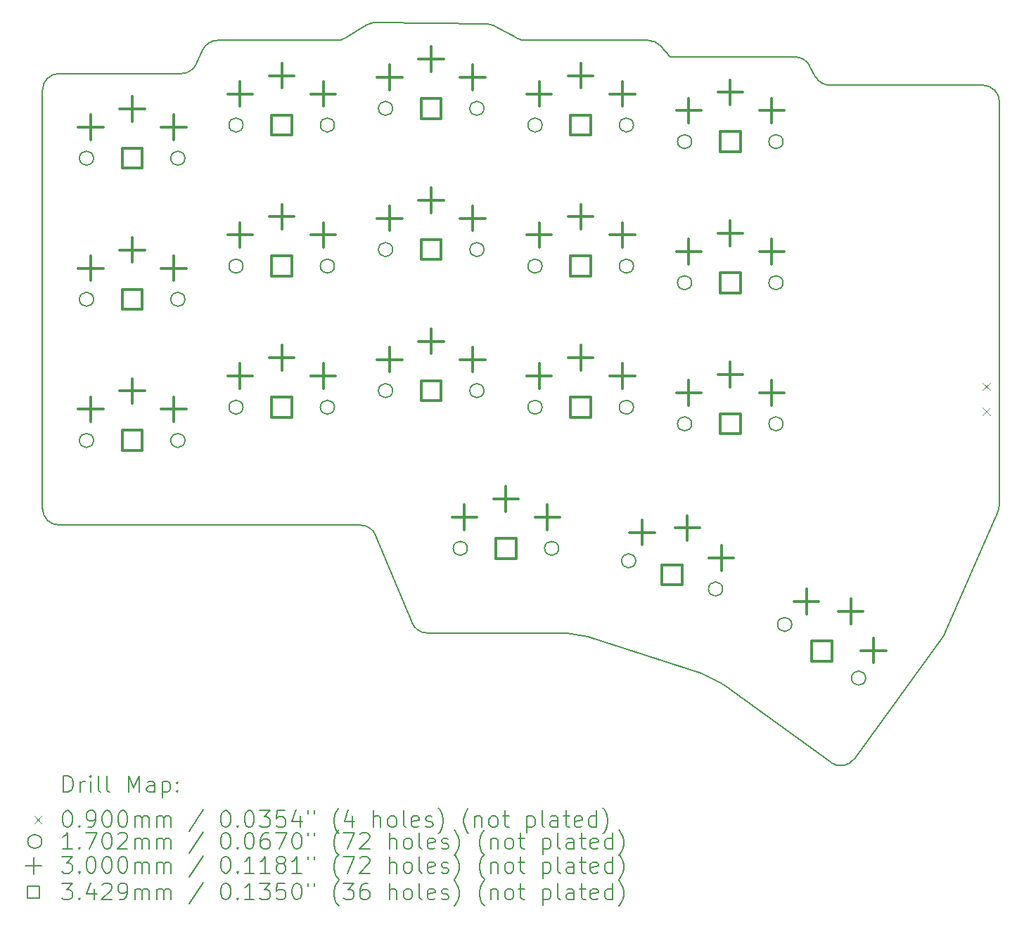
<source format=gbr>
%TF.GenerationSoftware,KiCad,Pcbnew,7.0.9*%
%TF.CreationDate,2023-11-22T09:35:42+00:00*%
%TF.ProjectId,vee_board_routed,7665655f-626f-4617-9264-5f726f757465,v1.0.0*%
%TF.SameCoordinates,Original*%
%TF.FileFunction,Drillmap*%
%TF.FilePolarity,Positive*%
%FSLAX45Y45*%
G04 Gerber Fmt 4.5, Leading zero omitted, Abs format (unit mm)*
G04 Created by KiCad (PCBNEW 7.0.9) date 2023-11-22 09:35:42*
%MOMM*%
%LPD*%
G01*
G04 APERTURE LIST*
%ADD10C,0.150000*%
%ADD11C,0.200000*%
%ADD12C,0.100000*%
%ADD13C,0.170180*%
%ADD14C,0.300000*%
%ADD15C,0.342900*%
G04 APERTURE END LIST*
D10*
X24581586Y-10973207D02*
X24702000Y-11107000D01*
X19251317Y-10906997D02*
G75*
G03*
X19068933Y-11024927I3J-200003D01*
G01*
X18995067Y-11189073D02*
X19068933Y-11024927D01*
X27982458Y-18094258D02*
X26913754Y-19565202D01*
X25075724Y-18534423D02*
X23735937Y-18099100D01*
X26378343Y-11213421D02*
G75*
G03*
X26201584Y-11107000I-176763J-93589D01*
G01*
X20686384Y-10907000D02*
G75*
G03*
X20789632Y-10878288I7J199980D01*
G01*
X26378341Y-11213422D02*
X26445659Y-11340577D01*
X26634394Y-19609448D02*
X25351962Y-18677707D01*
X25106333Y-18547265D02*
G75*
G03*
X25075724Y-18534424I-92453J-177475D01*
G01*
X26622416Y-11447000D02*
X28462000Y-11447000D01*
X22586204Y-10731558D02*
X22856697Y-10881832D01*
X22586205Y-10731556D02*
G75*
G03*
X22491436Y-10706403I-97115J-174794D01*
G01*
X17342000Y-16747000D02*
X20968509Y-16747000D01*
X21153209Y-16870278D02*
G75*
G03*
X20968509Y-16747000I-184699J-76722D01*
G01*
X22856695Y-10881834D02*
G75*
G03*
X22953825Y-10907000I97135J174874D01*
G01*
X27982458Y-18094258D02*
G75*
G03*
X28003995Y-18056615I-161858J117588D01*
G01*
X25326817Y-18662141D02*
X25106333Y-18547265D01*
X24581585Y-10973208D02*
G75*
G03*
X24432927Y-10907000I-148655J-133782D01*
G01*
X21590791Y-17923722D02*
G75*
G03*
X21775491Y-18047000I184699J76722D01*
G01*
X23425129Y-18047000D02*
X21775491Y-18047000D01*
X28645341Y-16585220D02*
X28003995Y-18056615D01*
X17142000Y-16547000D02*
G75*
G03*
X17342000Y-16747000I200000J0D01*
G01*
X20789632Y-10878288D02*
X21053277Y-10719369D01*
X21158886Y-10690672D02*
G75*
G03*
X21053277Y-10719370I-2366J-199968D01*
G01*
X28662000Y-11647000D02*
G75*
G03*
X28462000Y-11447000I-200000J0D01*
G01*
X26445657Y-11340578D02*
G75*
G03*
X26622416Y-11447000I176763J93589D01*
G01*
X23707638Y-18092138D02*
X23458633Y-18049826D01*
X26634394Y-19609449D02*
G75*
G03*
X26913754Y-19565202I117556J161809D01*
G01*
X28645340Y-16585220D02*
G75*
G03*
X28662000Y-16505307I-183310J79910D01*
G01*
X28662000Y-11647000D02*
X28662000Y-16505307D01*
X23735937Y-18099100D02*
G75*
G03*
X23707638Y-18092138I-61817J-190270D01*
G01*
X22953825Y-10907000D02*
X24432927Y-10907000D01*
X18812683Y-11307003D02*
G75*
G03*
X18995067Y-11189073I-3J200003D01*
G01*
X17342000Y-11307000D02*
X18812683Y-11307000D01*
X21158886Y-10690672D02*
X22491436Y-10706403D01*
X17342000Y-11307000D02*
G75*
G03*
X17142000Y-11507000I0J-200000D01*
G01*
X25351962Y-18677708D02*
G75*
G03*
X25326817Y-18662141I-117582J-161832D01*
G01*
X17142000Y-16547000D02*
X17142000Y-11507000D01*
X19251317Y-10907000D02*
X20686384Y-10907000D01*
X23458633Y-18049826D02*
G75*
G03*
X23425129Y-18047000I-33503J-197164D01*
G01*
X21590792Y-17923721D02*
X21153208Y-16870279D01*
X24702000Y-11107000D02*
X26201584Y-11107000D01*
D11*
D12*
X28460000Y-15032000D02*
X28550000Y-15122000D01*
X28550000Y-15032000D02*
X28460000Y-15122000D01*
X28460000Y-15032000D02*
X28550000Y-15122000D01*
X28550000Y-15032000D02*
X28460000Y-15122000D01*
X28460000Y-15332000D02*
X28550000Y-15422000D01*
X28550000Y-15332000D02*
X28460000Y-15422000D01*
X28460000Y-15332000D02*
X28550000Y-15422000D01*
X28550000Y-15332000D02*
X28460000Y-15422000D01*
D13*
X17757090Y-12327000D02*
G75*
G03*
X17757090Y-12327000I-85090J0D01*
G01*
X17757090Y-12327000D02*
G75*
G03*
X17757090Y-12327000I-85090J0D01*
G01*
X17757090Y-14027000D02*
G75*
G03*
X17757090Y-14027000I-85090J0D01*
G01*
X17757090Y-14027000D02*
G75*
G03*
X17757090Y-14027000I-85090J0D01*
G01*
X17757090Y-15727000D02*
G75*
G03*
X17757090Y-15727000I-85090J0D01*
G01*
X17757090Y-15727000D02*
G75*
G03*
X17757090Y-15727000I-85090J0D01*
G01*
X18857090Y-12327000D02*
G75*
G03*
X18857090Y-12327000I-85090J0D01*
G01*
X18857090Y-12327000D02*
G75*
G03*
X18857090Y-12327000I-85090J0D01*
G01*
X18857090Y-14027000D02*
G75*
G03*
X18857090Y-14027000I-85090J0D01*
G01*
X18857090Y-14027000D02*
G75*
G03*
X18857090Y-14027000I-85090J0D01*
G01*
X18857090Y-15727000D02*
G75*
G03*
X18857090Y-15727000I-85090J0D01*
G01*
X18857090Y-15727000D02*
G75*
G03*
X18857090Y-15727000I-85090J0D01*
G01*
X19557090Y-11927000D02*
G75*
G03*
X19557090Y-11927000I-85090J0D01*
G01*
X19557090Y-11927000D02*
G75*
G03*
X19557090Y-11927000I-85090J0D01*
G01*
X19557090Y-13627000D02*
G75*
G03*
X19557090Y-13627000I-85090J0D01*
G01*
X19557090Y-13627000D02*
G75*
G03*
X19557090Y-13627000I-85090J0D01*
G01*
X19557090Y-15327000D02*
G75*
G03*
X19557090Y-15327000I-85090J0D01*
G01*
X19557090Y-15327000D02*
G75*
G03*
X19557090Y-15327000I-85090J0D01*
G01*
X20657090Y-11927000D02*
G75*
G03*
X20657090Y-11927000I-85090J0D01*
G01*
X20657090Y-11927000D02*
G75*
G03*
X20657090Y-11927000I-85090J0D01*
G01*
X20657090Y-13627000D02*
G75*
G03*
X20657090Y-13627000I-85090J0D01*
G01*
X20657090Y-13627000D02*
G75*
G03*
X20657090Y-13627000I-85090J0D01*
G01*
X20657090Y-15327000D02*
G75*
G03*
X20657090Y-15327000I-85090J0D01*
G01*
X20657090Y-15327000D02*
G75*
G03*
X20657090Y-15327000I-85090J0D01*
G01*
X21357090Y-11727000D02*
G75*
G03*
X21357090Y-11727000I-85090J0D01*
G01*
X21357090Y-11727000D02*
G75*
G03*
X21357090Y-11727000I-85090J0D01*
G01*
X21357090Y-13427000D02*
G75*
G03*
X21357090Y-13427000I-85090J0D01*
G01*
X21357090Y-13427000D02*
G75*
G03*
X21357090Y-13427000I-85090J0D01*
G01*
X21357090Y-15127000D02*
G75*
G03*
X21357090Y-15127000I-85090J0D01*
G01*
X21357090Y-15127000D02*
G75*
G03*
X21357090Y-15127000I-85090J0D01*
G01*
X22257090Y-17027000D02*
G75*
G03*
X22257090Y-17027000I-85090J0D01*
G01*
X22257090Y-17027000D02*
G75*
G03*
X22257090Y-17027000I-85090J0D01*
G01*
X22457090Y-11727000D02*
G75*
G03*
X22457090Y-11727000I-85090J0D01*
G01*
X22457090Y-11727000D02*
G75*
G03*
X22457090Y-11727000I-85090J0D01*
G01*
X22457090Y-13427000D02*
G75*
G03*
X22457090Y-13427000I-85090J0D01*
G01*
X22457090Y-13427000D02*
G75*
G03*
X22457090Y-13427000I-85090J0D01*
G01*
X22457090Y-15127000D02*
G75*
G03*
X22457090Y-15127000I-85090J0D01*
G01*
X22457090Y-15127000D02*
G75*
G03*
X22457090Y-15127000I-85090J0D01*
G01*
X23157090Y-11927000D02*
G75*
G03*
X23157090Y-11927000I-85090J0D01*
G01*
X23157090Y-11927000D02*
G75*
G03*
X23157090Y-11927000I-85090J0D01*
G01*
X23157090Y-13627000D02*
G75*
G03*
X23157090Y-13627000I-85090J0D01*
G01*
X23157090Y-13627000D02*
G75*
G03*
X23157090Y-13627000I-85090J0D01*
G01*
X23157090Y-15327000D02*
G75*
G03*
X23157090Y-15327000I-85090J0D01*
G01*
X23157090Y-15327000D02*
G75*
G03*
X23157090Y-15327000I-85090J0D01*
G01*
X23357090Y-17027000D02*
G75*
G03*
X23357090Y-17027000I-85090J0D01*
G01*
X23357090Y-17027000D02*
G75*
G03*
X23357090Y-17027000I-85090J0D01*
G01*
X24257090Y-11927000D02*
G75*
G03*
X24257090Y-11927000I-85090J0D01*
G01*
X24257090Y-11927000D02*
G75*
G03*
X24257090Y-11927000I-85090J0D01*
G01*
X24257090Y-13627000D02*
G75*
G03*
X24257090Y-13627000I-85090J0D01*
G01*
X24257090Y-13627000D02*
G75*
G03*
X24257090Y-13627000I-85090J0D01*
G01*
X24257090Y-15327000D02*
G75*
G03*
X24257090Y-15327000I-85090J0D01*
G01*
X24257090Y-15327000D02*
G75*
G03*
X24257090Y-15327000I-85090J0D01*
G01*
X24284009Y-17177041D02*
G75*
G03*
X24284009Y-17177041I-85090J0D01*
G01*
X24284009Y-17177041D02*
G75*
G03*
X24284009Y-17177041I-85090J0D01*
G01*
X24957090Y-12127000D02*
G75*
G03*
X24957090Y-12127000I-85090J0D01*
G01*
X24957090Y-12127000D02*
G75*
G03*
X24957090Y-12127000I-85090J0D01*
G01*
X24957090Y-13827000D02*
G75*
G03*
X24957090Y-13827000I-85090J0D01*
G01*
X24957090Y-13827000D02*
G75*
G03*
X24957090Y-13827000I-85090J0D01*
G01*
X24957090Y-15527000D02*
G75*
G03*
X24957090Y-15527000I-85090J0D01*
G01*
X24957090Y-15527000D02*
G75*
G03*
X24957090Y-15527000I-85090J0D01*
G01*
X25330171Y-17516959D02*
G75*
G03*
X25330171Y-17516959I-85090J0D01*
G01*
X25330171Y-17516959D02*
G75*
G03*
X25330171Y-17516959I-85090J0D01*
G01*
X26057090Y-12127000D02*
G75*
G03*
X26057090Y-12127000I-85090J0D01*
G01*
X26057090Y-12127000D02*
G75*
G03*
X26057090Y-12127000I-85090J0D01*
G01*
X26057090Y-13827000D02*
G75*
G03*
X26057090Y-13827000I-85090J0D01*
G01*
X26057090Y-13827000D02*
G75*
G03*
X26057090Y-13827000I-85090J0D01*
G01*
X26057090Y-15527000D02*
G75*
G03*
X26057090Y-15527000I-85090J0D01*
G01*
X26057090Y-15527000D02*
G75*
G03*
X26057090Y-15527000I-85090J0D01*
G01*
X26162131Y-17943718D02*
G75*
G03*
X26162131Y-17943718I-85090J0D01*
G01*
X26162131Y-17943718D02*
G75*
G03*
X26162131Y-17943718I-85090J0D01*
G01*
X27052049Y-18590282D02*
G75*
G03*
X27052049Y-18590282I-85090J0D01*
G01*
X27052049Y-18590282D02*
G75*
G03*
X27052049Y-18590282I-85090J0D01*
G01*
D14*
X17722000Y-11802000D02*
X17722000Y-12102000D01*
X17572000Y-11952000D02*
X17872000Y-11952000D01*
X17722000Y-13502000D02*
X17722000Y-13802000D01*
X17572000Y-13652000D02*
X17872000Y-13652000D01*
X17722000Y-15202000D02*
X17722000Y-15502000D01*
X17572000Y-15352000D02*
X17872000Y-15352000D01*
X18222000Y-11582000D02*
X18222000Y-11882000D01*
X18072000Y-11732000D02*
X18372000Y-11732000D01*
X18222000Y-11582000D02*
X18222000Y-11882000D01*
X18072000Y-11732000D02*
X18372000Y-11732000D01*
X18222000Y-13282000D02*
X18222000Y-13582000D01*
X18072000Y-13432000D02*
X18372000Y-13432000D01*
X18222000Y-13282000D02*
X18222000Y-13582000D01*
X18072000Y-13432000D02*
X18372000Y-13432000D01*
X18222000Y-14982000D02*
X18222000Y-15282000D01*
X18072000Y-15132000D02*
X18372000Y-15132000D01*
X18222000Y-14982000D02*
X18222000Y-15282000D01*
X18072000Y-15132000D02*
X18372000Y-15132000D01*
X18722000Y-11802000D02*
X18722000Y-12102000D01*
X18572000Y-11952000D02*
X18872000Y-11952000D01*
X18722000Y-13502000D02*
X18722000Y-13802000D01*
X18572000Y-13652000D02*
X18872000Y-13652000D01*
X18722000Y-15202000D02*
X18722000Y-15502000D01*
X18572000Y-15352000D02*
X18872000Y-15352000D01*
X19522000Y-11402000D02*
X19522000Y-11702000D01*
X19372000Y-11552000D02*
X19672000Y-11552000D01*
X19522000Y-13102000D02*
X19522000Y-13402000D01*
X19372000Y-13252000D02*
X19672000Y-13252000D01*
X19522000Y-14802000D02*
X19522000Y-15102000D01*
X19372000Y-14952000D02*
X19672000Y-14952000D01*
X20022000Y-11182000D02*
X20022000Y-11482000D01*
X19872000Y-11332000D02*
X20172000Y-11332000D01*
X20022000Y-11182000D02*
X20022000Y-11482000D01*
X19872000Y-11332000D02*
X20172000Y-11332000D01*
X20022000Y-12882000D02*
X20022000Y-13182000D01*
X19872000Y-13032000D02*
X20172000Y-13032000D01*
X20022000Y-12882000D02*
X20022000Y-13182000D01*
X19872000Y-13032000D02*
X20172000Y-13032000D01*
X20022000Y-14582000D02*
X20022000Y-14882000D01*
X19872000Y-14732000D02*
X20172000Y-14732000D01*
X20022000Y-14582000D02*
X20022000Y-14882000D01*
X19872000Y-14732000D02*
X20172000Y-14732000D01*
X20522000Y-11402000D02*
X20522000Y-11702000D01*
X20372000Y-11552000D02*
X20672000Y-11552000D01*
X20522000Y-13102000D02*
X20522000Y-13402000D01*
X20372000Y-13252000D02*
X20672000Y-13252000D01*
X20522000Y-14802000D02*
X20522000Y-15102000D01*
X20372000Y-14952000D02*
X20672000Y-14952000D01*
X21322000Y-11202000D02*
X21322000Y-11502000D01*
X21172000Y-11352000D02*
X21472000Y-11352000D01*
X21322000Y-12902000D02*
X21322000Y-13202000D01*
X21172000Y-13052000D02*
X21472000Y-13052000D01*
X21322000Y-14602000D02*
X21322000Y-14902000D01*
X21172000Y-14752000D02*
X21472000Y-14752000D01*
X21822000Y-10982000D02*
X21822000Y-11282000D01*
X21672000Y-11132000D02*
X21972000Y-11132000D01*
X21822000Y-10982000D02*
X21822000Y-11282000D01*
X21672000Y-11132000D02*
X21972000Y-11132000D01*
X21822000Y-12682000D02*
X21822000Y-12982000D01*
X21672000Y-12832000D02*
X21972000Y-12832000D01*
X21822000Y-12682000D02*
X21822000Y-12982000D01*
X21672000Y-12832000D02*
X21972000Y-12832000D01*
X21822000Y-14382000D02*
X21822000Y-14682000D01*
X21672000Y-14532000D02*
X21972000Y-14532000D01*
X21822000Y-14382000D02*
X21822000Y-14682000D01*
X21672000Y-14532000D02*
X21972000Y-14532000D01*
X22222000Y-16502000D02*
X22222000Y-16802000D01*
X22072000Y-16652000D02*
X22372000Y-16652000D01*
X22322000Y-11202000D02*
X22322000Y-11502000D01*
X22172000Y-11352000D02*
X22472000Y-11352000D01*
X22322000Y-12902000D02*
X22322000Y-13202000D01*
X22172000Y-13052000D02*
X22472000Y-13052000D01*
X22322000Y-14602000D02*
X22322000Y-14902000D01*
X22172000Y-14752000D02*
X22472000Y-14752000D01*
X22722000Y-16282000D02*
X22722000Y-16582000D01*
X22572000Y-16432000D02*
X22872000Y-16432000D01*
X22722000Y-16282000D02*
X22722000Y-16582000D01*
X22572000Y-16432000D02*
X22872000Y-16432000D01*
X23122000Y-11402000D02*
X23122000Y-11702000D01*
X22972000Y-11552000D02*
X23272000Y-11552000D01*
X23122000Y-13102000D02*
X23122000Y-13402000D01*
X22972000Y-13252000D02*
X23272000Y-13252000D01*
X23122000Y-14802000D02*
X23122000Y-15102000D01*
X22972000Y-14952000D02*
X23272000Y-14952000D01*
X23222000Y-16502000D02*
X23222000Y-16802000D01*
X23072000Y-16652000D02*
X23372000Y-16652000D01*
X23622000Y-11182000D02*
X23622000Y-11482000D01*
X23472000Y-11332000D02*
X23772000Y-11332000D01*
X23622000Y-11182000D02*
X23622000Y-11482000D01*
X23472000Y-11332000D02*
X23772000Y-11332000D01*
X23622000Y-12882000D02*
X23622000Y-13182000D01*
X23472000Y-13032000D02*
X23772000Y-13032000D01*
X23622000Y-12882000D02*
X23622000Y-13182000D01*
X23472000Y-13032000D02*
X23772000Y-13032000D01*
X23622000Y-14582000D02*
X23622000Y-14882000D01*
X23472000Y-14732000D02*
X23772000Y-14732000D01*
X23622000Y-14582000D02*
X23622000Y-14882000D01*
X23472000Y-14732000D02*
X23772000Y-14732000D01*
X24122000Y-11402000D02*
X24122000Y-11702000D01*
X23972000Y-11552000D02*
X24272000Y-11552000D01*
X24122000Y-13102000D02*
X24122000Y-13402000D01*
X23972000Y-13252000D02*
X24272000Y-13252000D01*
X24122000Y-14802000D02*
X24122000Y-15102000D01*
X23972000Y-14952000D02*
X24272000Y-14952000D01*
X24362353Y-16685845D02*
X24362353Y-16985845D01*
X24212353Y-16835845D02*
X24512353Y-16835845D01*
X24905865Y-16631121D02*
X24905865Y-16931121D01*
X24755865Y-16781121D02*
X25055865Y-16781121D01*
X24905865Y-16631121D02*
X24905865Y-16931121D01*
X24755865Y-16781121D02*
X25055865Y-16781121D01*
X24922000Y-11602000D02*
X24922000Y-11902000D01*
X24772000Y-11752000D02*
X25072000Y-11752000D01*
X24922000Y-13302000D02*
X24922000Y-13602000D01*
X24772000Y-13452000D02*
X25072000Y-13452000D01*
X24922000Y-15002000D02*
X24922000Y-15302000D01*
X24772000Y-15152000D02*
X25072000Y-15152000D01*
X25313410Y-16994862D02*
X25313410Y-17294862D01*
X25163410Y-17144862D02*
X25463410Y-17144862D01*
X25422000Y-11382000D02*
X25422000Y-11682000D01*
X25272000Y-11532000D02*
X25572000Y-11532000D01*
X25422000Y-11382000D02*
X25422000Y-11682000D01*
X25272000Y-11532000D02*
X25572000Y-11532000D01*
X25422000Y-13082000D02*
X25422000Y-13382000D01*
X25272000Y-13232000D02*
X25572000Y-13232000D01*
X25422000Y-13082000D02*
X25422000Y-13382000D01*
X25272000Y-13232000D02*
X25572000Y-13232000D01*
X25422000Y-14782000D02*
X25422000Y-15082000D01*
X25272000Y-14932000D02*
X25572000Y-14932000D01*
X25422000Y-14782000D02*
X25422000Y-15082000D01*
X25272000Y-14932000D02*
X25572000Y-14932000D01*
X25922000Y-11602000D02*
X25922000Y-11902000D01*
X25772000Y-11752000D02*
X26072000Y-11752000D01*
X25922000Y-13302000D02*
X25922000Y-13602000D01*
X25772000Y-13452000D02*
X26072000Y-13452000D01*
X25922000Y-15002000D02*
X25922000Y-15302000D01*
X25772000Y-15152000D02*
X26072000Y-15152000D01*
X26337911Y-17519726D02*
X26337911Y-17819726D01*
X26187911Y-17669726D02*
X26487911Y-17669726D01*
X26871732Y-17635635D02*
X26871732Y-17935635D01*
X26721732Y-17785635D02*
X27021732Y-17785635D01*
X26871732Y-17635635D02*
X26871732Y-17935635D01*
X26721732Y-17785635D02*
X27021732Y-17785635D01*
X27146928Y-18107511D02*
X27146928Y-18407511D01*
X26996928Y-18257511D02*
X27296928Y-18257511D01*
D15*
X18343235Y-12448235D02*
X18343235Y-12205765D01*
X18100765Y-12205765D01*
X18100765Y-12448235D01*
X18343235Y-12448235D01*
X18343235Y-12448235D02*
X18343235Y-12205765D01*
X18100765Y-12205765D01*
X18100765Y-12448235D01*
X18343235Y-12448235D01*
X18343235Y-14148235D02*
X18343235Y-13905765D01*
X18100765Y-13905765D01*
X18100765Y-14148235D01*
X18343235Y-14148235D01*
X18343235Y-14148235D02*
X18343235Y-13905765D01*
X18100765Y-13905765D01*
X18100765Y-14148235D01*
X18343235Y-14148235D01*
X18343235Y-15848235D02*
X18343235Y-15605765D01*
X18100765Y-15605765D01*
X18100765Y-15848235D01*
X18343235Y-15848235D01*
X18343235Y-15848235D02*
X18343235Y-15605765D01*
X18100765Y-15605765D01*
X18100765Y-15848235D01*
X18343235Y-15848235D01*
X20143235Y-12048235D02*
X20143235Y-11805765D01*
X19900765Y-11805765D01*
X19900765Y-12048235D01*
X20143235Y-12048235D01*
X20143235Y-12048235D02*
X20143235Y-11805765D01*
X19900765Y-11805765D01*
X19900765Y-12048235D01*
X20143235Y-12048235D01*
X20143235Y-13748235D02*
X20143235Y-13505765D01*
X19900765Y-13505765D01*
X19900765Y-13748235D01*
X20143235Y-13748235D01*
X20143235Y-13748235D02*
X20143235Y-13505765D01*
X19900765Y-13505765D01*
X19900765Y-13748235D01*
X20143235Y-13748235D01*
X20143235Y-15448235D02*
X20143235Y-15205765D01*
X19900765Y-15205765D01*
X19900765Y-15448235D01*
X20143235Y-15448235D01*
X20143235Y-15448235D02*
X20143235Y-15205765D01*
X19900765Y-15205765D01*
X19900765Y-15448235D01*
X20143235Y-15448235D01*
X21943235Y-11848235D02*
X21943235Y-11605765D01*
X21700765Y-11605765D01*
X21700765Y-11848235D01*
X21943235Y-11848235D01*
X21943235Y-11848235D02*
X21943235Y-11605765D01*
X21700765Y-11605765D01*
X21700765Y-11848235D01*
X21943235Y-11848235D01*
X21943235Y-13548235D02*
X21943235Y-13305765D01*
X21700765Y-13305765D01*
X21700765Y-13548235D01*
X21943235Y-13548235D01*
X21943235Y-13548235D02*
X21943235Y-13305765D01*
X21700765Y-13305765D01*
X21700765Y-13548235D01*
X21943235Y-13548235D01*
X21943235Y-15248235D02*
X21943235Y-15005765D01*
X21700765Y-15005765D01*
X21700765Y-15248235D01*
X21943235Y-15248235D01*
X21943235Y-15248235D02*
X21943235Y-15005765D01*
X21700765Y-15005765D01*
X21700765Y-15248235D01*
X21943235Y-15248235D01*
X22843235Y-17148235D02*
X22843235Y-16905765D01*
X22600765Y-16905765D01*
X22600765Y-17148235D01*
X22843235Y-17148235D01*
X22843235Y-17148235D02*
X22843235Y-16905765D01*
X22600765Y-16905765D01*
X22600765Y-17148235D01*
X22843235Y-17148235D01*
X23743235Y-12048235D02*
X23743235Y-11805765D01*
X23500765Y-11805765D01*
X23500765Y-12048235D01*
X23743235Y-12048235D01*
X23743235Y-12048235D02*
X23743235Y-11805765D01*
X23500765Y-11805765D01*
X23500765Y-12048235D01*
X23743235Y-12048235D01*
X23743235Y-13748235D02*
X23743235Y-13505765D01*
X23500765Y-13505765D01*
X23500765Y-13748235D01*
X23743235Y-13748235D01*
X23743235Y-13748235D02*
X23743235Y-13505765D01*
X23500765Y-13505765D01*
X23500765Y-13748235D01*
X23743235Y-13748235D01*
X23743235Y-15448235D02*
X23743235Y-15205765D01*
X23500765Y-15205765D01*
X23500765Y-15448235D01*
X23743235Y-15448235D01*
X23743235Y-15448235D02*
X23743235Y-15205765D01*
X23500765Y-15205765D01*
X23500765Y-15448235D01*
X23743235Y-15448235D01*
X24843235Y-17468235D02*
X24843235Y-17225765D01*
X24600765Y-17225765D01*
X24600765Y-17468235D01*
X24843235Y-17468235D01*
X24843235Y-17468235D02*
X24843235Y-17225765D01*
X24600765Y-17225765D01*
X24600765Y-17468235D01*
X24843235Y-17468235D01*
X25543235Y-12248235D02*
X25543235Y-12005765D01*
X25300765Y-12005765D01*
X25300765Y-12248235D01*
X25543235Y-12248235D01*
X25543235Y-12248235D02*
X25543235Y-12005765D01*
X25300765Y-12005765D01*
X25300765Y-12248235D01*
X25543235Y-12248235D01*
X25543235Y-13948235D02*
X25543235Y-13705765D01*
X25300765Y-13705765D01*
X25300765Y-13948235D01*
X25543235Y-13948235D01*
X25543235Y-13948235D02*
X25543235Y-13705765D01*
X25300765Y-13705765D01*
X25300765Y-13948235D01*
X25543235Y-13948235D01*
X25543235Y-15648235D02*
X25543235Y-15405765D01*
X25300765Y-15405765D01*
X25300765Y-15648235D01*
X25543235Y-15648235D01*
X25543235Y-15648235D02*
X25543235Y-15405765D01*
X25300765Y-15405765D01*
X25300765Y-15648235D01*
X25543235Y-15648235D01*
X26643235Y-18388235D02*
X26643235Y-18145765D01*
X26400765Y-18145765D01*
X26400765Y-18388235D01*
X26643235Y-18388235D01*
X26643235Y-18388235D02*
X26643235Y-18145765D01*
X26400765Y-18145765D01*
X26400765Y-18388235D01*
X26643235Y-18388235D01*
D11*
X17395277Y-19966628D02*
X17395277Y-19766628D01*
X17395277Y-19766628D02*
X17442896Y-19766628D01*
X17442896Y-19766628D02*
X17471467Y-19776151D01*
X17471467Y-19776151D02*
X17490515Y-19795199D01*
X17490515Y-19795199D02*
X17500039Y-19814247D01*
X17500039Y-19814247D02*
X17509563Y-19852342D01*
X17509563Y-19852342D02*
X17509563Y-19880913D01*
X17509563Y-19880913D02*
X17500039Y-19919009D01*
X17500039Y-19919009D02*
X17490515Y-19938056D01*
X17490515Y-19938056D02*
X17471467Y-19957104D01*
X17471467Y-19957104D02*
X17442896Y-19966628D01*
X17442896Y-19966628D02*
X17395277Y-19966628D01*
X17595277Y-19966628D02*
X17595277Y-19833294D01*
X17595277Y-19871390D02*
X17604801Y-19852342D01*
X17604801Y-19852342D02*
X17614324Y-19842818D01*
X17614324Y-19842818D02*
X17633372Y-19833294D01*
X17633372Y-19833294D02*
X17652420Y-19833294D01*
X17719086Y-19966628D02*
X17719086Y-19833294D01*
X17719086Y-19766628D02*
X17709563Y-19776151D01*
X17709563Y-19776151D02*
X17719086Y-19785675D01*
X17719086Y-19785675D02*
X17728610Y-19776151D01*
X17728610Y-19776151D02*
X17719086Y-19766628D01*
X17719086Y-19766628D02*
X17719086Y-19785675D01*
X17842896Y-19966628D02*
X17823848Y-19957104D01*
X17823848Y-19957104D02*
X17814324Y-19938056D01*
X17814324Y-19938056D02*
X17814324Y-19766628D01*
X17947658Y-19966628D02*
X17928610Y-19957104D01*
X17928610Y-19957104D02*
X17919086Y-19938056D01*
X17919086Y-19938056D02*
X17919086Y-19766628D01*
X18176229Y-19966628D02*
X18176229Y-19766628D01*
X18176229Y-19766628D02*
X18242896Y-19909485D01*
X18242896Y-19909485D02*
X18309563Y-19766628D01*
X18309563Y-19766628D02*
X18309563Y-19966628D01*
X18490515Y-19966628D02*
X18490515Y-19861866D01*
X18490515Y-19861866D02*
X18480991Y-19842818D01*
X18480991Y-19842818D02*
X18461944Y-19833294D01*
X18461944Y-19833294D02*
X18423848Y-19833294D01*
X18423848Y-19833294D02*
X18404801Y-19842818D01*
X18490515Y-19957104D02*
X18471467Y-19966628D01*
X18471467Y-19966628D02*
X18423848Y-19966628D01*
X18423848Y-19966628D02*
X18404801Y-19957104D01*
X18404801Y-19957104D02*
X18395277Y-19938056D01*
X18395277Y-19938056D02*
X18395277Y-19919009D01*
X18395277Y-19919009D02*
X18404801Y-19899961D01*
X18404801Y-19899961D02*
X18423848Y-19890437D01*
X18423848Y-19890437D02*
X18471467Y-19890437D01*
X18471467Y-19890437D02*
X18490515Y-19880913D01*
X18585753Y-19833294D02*
X18585753Y-20033294D01*
X18585753Y-19842818D02*
X18604801Y-19833294D01*
X18604801Y-19833294D02*
X18642896Y-19833294D01*
X18642896Y-19833294D02*
X18661944Y-19842818D01*
X18661944Y-19842818D02*
X18671467Y-19852342D01*
X18671467Y-19852342D02*
X18680991Y-19871390D01*
X18680991Y-19871390D02*
X18680991Y-19928532D01*
X18680991Y-19928532D02*
X18671467Y-19947580D01*
X18671467Y-19947580D02*
X18661944Y-19957104D01*
X18661944Y-19957104D02*
X18642896Y-19966628D01*
X18642896Y-19966628D02*
X18604801Y-19966628D01*
X18604801Y-19966628D02*
X18585753Y-19957104D01*
X18766705Y-19947580D02*
X18776229Y-19957104D01*
X18776229Y-19957104D02*
X18766705Y-19966628D01*
X18766705Y-19966628D02*
X18757182Y-19957104D01*
X18757182Y-19957104D02*
X18766705Y-19947580D01*
X18766705Y-19947580D02*
X18766705Y-19966628D01*
X18766705Y-19842818D02*
X18776229Y-19852342D01*
X18776229Y-19852342D02*
X18766705Y-19861866D01*
X18766705Y-19861866D02*
X18757182Y-19852342D01*
X18757182Y-19852342D02*
X18766705Y-19842818D01*
X18766705Y-19842818D02*
X18766705Y-19861866D01*
D12*
X17044500Y-20250144D02*
X17134500Y-20340144D01*
X17134500Y-20250144D02*
X17044500Y-20340144D01*
D11*
X17433372Y-20186628D02*
X17452420Y-20186628D01*
X17452420Y-20186628D02*
X17471467Y-20196151D01*
X17471467Y-20196151D02*
X17480991Y-20205675D01*
X17480991Y-20205675D02*
X17490515Y-20224723D01*
X17490515Y-20224723D02*
X17500039Y-20262818D01*
X17500039Y-20262818D02*
X17500039Y-20310437D01*
X17500039Y-20310437D02*
X17490515Y-20348532D01*
X17490515Y-20348532D02*
X17480991Y-20367580D01*
X17480991Y-20367580D02*
X17471467Y-20377104D01*
X17471467Y-20377104D02*
X17452420Y-20386628D01*
X17452420Y-20386628D02*
X17433372Y-20386628D01*
X17433372Y-20386628D02*
X17414324Y-20377104D01*
X17414324Y-20377104D02*
X17404801Y-20367580D01*
X17404801Y-20367580D02*
X17395277Y-20348532D01*
X17395277Y-20348532D02*
X17385753Y-20310437D01*
X17385753Y-20310437D02*
X17385753Y-20262818D01*
X17385753Y-20262818D02*
X17395277Y-20224723D01*
X17395277Y-20224723D02*
X17404801Y-20205675D01*
X17404801Y-20205675D02*
X17414324Y-20196151D01*
X17414324Y-20196151D02*
X17433372Y-20186628D01*
X17585753Y-20367580D02*
X17595277Y-20377104D01*
X17595277Y-20377104D02*
X17585753Y-20386628D01*
X17585753Y-20386628D02*
X17576229Y-20377104D01*
X17576229Y-20377104D02*
X17585753Y-20367580D01*
X17585753Y-20367580D02*
X17585753Y-20386628D01*
X17690515Y-20386628D02*
X17728610Y-20386628D01*
X17728610Y-20386628D02*
X17747658Y-20377104D01*
X17747658Y-20377104D02*
X17757182Y-20367580D01*
X17757182Y-20367580D02*
X17776229Y-20339009D01*
X17776229Y-20339009D02*
X17785753Y-20300913D01*
X17785753Y-20300913D02*
X17785753Y-20224723D01*
X17785753Y-20224723D02*
X17776229Y-20205675D01*
X17776229Y-20205675D02*
X17766705Y-20196151D01*
X17766705Y-20196151D02*
X17747658Y-20186628D01*
X17747658Y-20186628D02*
X17709563Y-20186628D01*
X17709563Y-20186628D02*
X17690515Y-20196151D01*
X17690515Y-20196151D02*
X17680991Y-20205675D01*
X17680991Y-20205675D02*
X17671467Y-20224723D01*
X17671467Y-20224723D02*
X17671467Y-20272342D01*
X17671467Y-20272342D02*
X17680991Y-20291390D01*
X17680991Y-20291390D02*
X17690515Y-20300913D01*
X17690515Y-20300913D02*
X17709563Y-20310437D01*
X17709563Y-20310437D02*
X17747658Y-20310437D01*
X17747658Y-20310437D02*
X17766705Y-20300913D01*
X17766705Y-20300913D02*
X17776229Y-20291390D01*
X17776229Y-20291390D02*
X17785753Y-20272342D01*
X17909563Y-20186628D02*
X17928610Y-20186628D01*
X17928610Y-20186628D02*
X17947658Y-20196151D01*
X17947658Y-20196151D02*
X17957182Y-20205675D01*
X17957182Y-20205675D02*
X17966705Y-20224723D01*
X17966705Y-20224723D02*
X17976229Y-20262818D01*
X17976229Y-20262818D02*
X17976229Y-20310437D01*
X17976229Y-20310437D02*
X17966705Y-20348532D01*
X17966705Y-20348532D02*
X17957182Y-20367580D01*
X17957182Y-20367580D02*
X17947658Y-20377104D01*
X17947658Y-20377104D02*
X17928610Y-20386628D01*
X17928610Y-20386628D02*
X17909563Y-20386628D01*
X17909563Y-20386628D02*
X17890515Y-20377104D01*
X17890515Y-20377104D02*
X17880991Y-20367580D01*
X17880991Y-20367580D02*
X17871467Y-20348532D01*
X17871467Y-20348532D02*
X17861944Y-20310437D01*
X17861944Y-20310437D02*
X17861944Y-20262818D01*
X17861944Y-20262818D02*
X17871467Y-20224723D01*
X17871467Y-20224723D02*
X17880991Y-20205675D01*
X17880991Y-20205675D02*
X17890515Y-20196151D01*
X17890515Y-20196151D02*
X17909563Y-20186628D01*
X18100039Y-20186628D02*
X18119086Y-20186628D01*
X18119086Y-20186628D02*
X18138134Y-20196151D01*
X18138134Y-20196151D02*
X18147658Y-20205675D01*
X18147658Y-20205675D02*
X18157182Y-20224723D01*
X18157182Y-20224723D02*
X18166705Y-20262818D01*
X18166705Y-20262818D02*
X18166705Y-20310437D01*
X18166705Y-20310437D02*
X18157182Y-20348532D01*
X18157182Y-20348532D02*
X18147658Y-20367580D01*
X18147658Y-20367580D02*
X18138134Y-20377104D01*
X18138134Y-20377104D02*
X18119086Y-20386628D01*
X18119086Y-20386628D02*
X18100039Y-20386628D01*
X18100039Y-20386628D02*
X18080991Y-20377104D01*
X18080991Y-20377104D02*
X18071467Y-20367580D01*
X18071467Y-20367580D02*
X18061944Y-20348532D01*
X18061944Y-20348532D02*
X18052420Y-20310437D01*
X18052420Y-20310437D02*
X18052420Y-20262818D01*
X18052420Y-20262818D02*
X18061944Y-20224723D01*
X18061944Y-20224723D02*
X18071467Y-20205675D01*
X18071467Y-20205675D02*
X18080991Y-20196151D01*
X18080991Y-20196151D02*
X18100039Y-20186628D01*
X18252420Y-20386628D02*
X18252420Y-20253294D01*
X18252420Y-20272342D02*
X18261944Y-20262818D01*
X18261944Y-20262818D02*
X18280991Y-20253294D01*
X18280991Y-20253294D02*
X18309563Y-20253294D01*
X18309563Y-20253294D02*
X18328610Y-20262818D01*
X18328610Y-20262818D02*
X18338134Y-20281866D01*
X18338134Y-20281866D02*
X18338134Y-20386628D01*
X18338134Y-20281866D02*
X18347658Y-20262818D01*
X18347658Y-20262818D02*
X18366705Y-20253294D01*
X18366705Y-20253294D02*
X18395277Y-20253294D01*
X18395277Y-20253294D02*
X18414325Y-20262818D01*
X18414325Y-20262818D02*
X18423848Y-20281866D01*
X18423848Y-20281866D02*
X18423848Y-20386628D01*
X18519086Y-20386628D02*
X18519086Y-20253294D01*
X18519086Y-20272342D02*
X18528610Y-20262818D01*
X18528610Y-20262818D02*
X18547658Y-20253294D01*
X18547658Y-20253294D02*
X18576229Y-20253294D01*
X18576229Y-20253294D02*
X18595277Y-20262818D01*
X18595277Y-20262818D02*
X18604801Y-20281866D01*
X18604801Y-20281866D02*
X18604801Y-20386628D01*
X18604801Y-20281866D02*
X18614325Y-20262818D01*
X18614325Y-20262818D02*
X18633372Y-20253294D01*
X18633372Y-20253294D02*
X18661944Y-20253294D01*
X18661944Y-20253294D02*
X18680991Y-20262818D01*
X18680991Y-20262818D02*
X18690515Y-20281866D01*
X18690515Y-20281866D02*
X18690515Y-20386628D01*
X19080991Y-20177104D02*
X18909563Y-20434247D01*
X19338134Y-20186628D02*
X19357182Y-20186628D01*
X19357182Y-20186628D02*
X19376229Y-20196151D01*
X19376229Y-20196151D02*
X19385753Y-20205675D01*
X19385753Y-20205675D02*
X19395277Y-20224723D01*
X19395277Y-20224723D02*
X19404801Y-20262818D01*
X19404801Y-20262818D02*
X19404801Y-20310437D01*
X19404801Y-20310437D02*
X19395277Y-20348532D01*
X19395277Y-20348532D02*
X19385753Y-20367580D01*
X19385753Y-20367580D02*
X19376229Y-20377104D01*
X19376229Y-20377104D02*
X19357182Y-20386628D01*
X19357182Y-20386628D02*
X19338134Y-20386628D01*
X19338134Y-20386628D02*
X19319087Y-20377104D01*
X19319087Y-20377104D02*
X19309563Y-20367580D01*
X19309563Y-20367580D02*
X19300039Y-20348532D01*
X19300039Y-20348532D02*
X19290515Y-20310437D01*
X19290515Y-20310437D02*
X19290515Y-20262818D01*
X19290515Y-20262818D02*
X19300039Y-20224723D01*
X19300039Y-20224723D02*
X19309563Y-20205675D01*
X19309563Y-20205675D02*
X19319087Y-20196151D01*
X19319087Y-20196151D02*
X19338134Y-20186628D01*
X19490515Y-20367580D02*
X19500039Y-20377104D01*
X19500039Y-20377104D02*
X19490515Y-20386628D01*
X19490515Y-20386628D02*
X19480991Y-20377104D01*
X19480991Y-20377104D02*
X19490515Y-20367580D01*
X19490515Y-20367580D02*
X19490515Y-20386628D01*
X19623848Y-20186628D02*
X19642896Y-20186628D01*
X19642896Y-20186628D02*
X19661944Y-20196151D01*
X19661944Y-20196151D02*
X19671468Y-20205675D01*
X19671468Y-20205675D02*
X19680991Y-20224723D01*
X19680991Y-20224723D02*
X19690515Y-20262818D01*
X19690515Y-20262818D02*
X19690515Y-20310437D01*
X19690515Y-20310437D02*
X19680991Y-20348532D01*
X19680991Y-20348532D02*
X19671468Y-20367580D01*
X19671468Y-20367580D02*
X19661944Y-20377104D01*
X19661944Y-20377104D02*
X19642896Y-20386628D01*
X19642896Y-20386628D02*
X19623848Y-20386628D01*
X19623848Y-20386628D02*
X19604801Y-20377104D01*
X19604801Y-20377104D02*
X19595277Y-20367580D01*
X19595277Y-20367580D02*
X19585753Y-20348532D01*
X19585753Y-20348532D02*
X19576229Y-20310437D01*
X19576229Y-20310437D02*
X19576229Y-20262818D01*
X19576229Y-20262818D02*
X19585753Y-20224723D01*
X19585753Y-20224723D02*
X19595277Y-20205675D01*
X19595277Y-20205675D02*
X19604801Y-20196151D01*
X19604801Y-20196151D02*
X19623848Y-20186628D01*
X19757182Y-20186628D02*
X19880991Y-20186628D01*
X19880991Y-20186628D02*
X19814325Y-20262818D01*
X19814325Y-20262818D02*
X19842896Y-20262818D01*
X19842896Y-20262818D02*
X19861944Y-20272342D01*
X19861944Y-20272342D02*
X19871468Y-20281866D01*
X19871468Y-20281866D02*
X19880991Y-20300913D01*
X19880991Y-20300913D02*
X19880991Y-20348532D01*
X19880991Y-20348532D02*
X19871468Y-20367580D01*
X19871468Y-20367580D02*
X19861944Y-20377104D01*
X19861944Y-20377104D02*
X19842896Y-20386628D01*
X19842896Y-20386628D02*
X19785753Y-20386628D01*
X19785753Y-20386628D02*
X19766706Y-20377104D01*
X19766706Y-20377104D02*
X19757182Y-20367580D01*
X20061944Y-20186628D02*
X19966706Y-20186628D01*
X19966706Y-20186628D02*
X19957182Y-20281866D01*
X19957182Y-20281866D02*
X19966706Y-20272342D01*
X19966706Y-20272342D02*
X19985753Y-20262818D01*
X19985753Y-20262818D02*
X20033372Y-20262818D01*
X20033372Y-20262818D02*
X20052420Y-20272342D01*
X20052420Y-20272342D02*
X20061944Y-20281866D01*
X20061944Y-20281866D02*
X20071468Y-20300913D01*
X20071468Y-20300913D02*
X20071468Y-20348532D01*
X20071468Y-20348532D02*
X20061944Y-20367580D01*
X20061944Y-20367580D02*
X20052420Y-20377104D01*
X20052420Y-20377104D02*
X20033372Y-20386628D01*
X20033372Y-20386628D02*
X19985753Y-20386628D01*
X19985753Y-20386628D02*
X19966706Y-20377104D01*
X19966706Y-20377104D02*
X19957182Y-20367580D01*
X20242896Y-20253294D02*
X20242896Y-20386628D01*
X20195277Y-20177104D02*
X20147658Y-20319961D01*
X20147658Y-20319961D02*
X20271468Y-20319961D01*
X20338134Y-20186628D02*
X20338134Y-20224723D01*
X20414325Y-20186628D02*
X20414325Y-20224723D01*
X20709563Y-20462818D02*
X20700039Y-20453294D01*
X20700039Y-20453294D02*
X20680991Y-20424723D01*
X20680991Y-20424723D02*
X20671468Y-20405675D01*
X20671468Y-20405675D02*
X20661944Y-20377104D01*
X20661944Y-20377104D02*
X20652420Y-20329485D01*
X20652420Y-20329485D02*
X20652420Y-20291390D01*
X20652420Y-20291390D02*
X20661944Y-20243770D01*
X20661944Y-20243770D02*
X20671468Y-20215199D01*
X20671468Y-20215199D02*
X20680991Y-20196151D01*
X20680991Y-20196151D02*
X20700039Y-20167580D01*
X20700039Y-20167580D02*
X20709563Y-20158056D01*
X20871468Y-20253294D02*
X20871468Y-20386628D01*
X20823849Y-20177104D02*
X20776230Y-20319961D01*
X20776230Y-20319961D02*
X20900039Y-20319961D01*
X21128611Y-20386628D02*
X21128611Y-20186628D01*
X21214325Y-20386628D02*
X21214325Y-20281866D01*
X21214325Y-20281866D02*
X21204801Y-20262818D01*
X21204801Y-20262818D02*
X21185753Y-20253294D01*
X21185753Y-20253294D02*
X21157182Y-20253294D01*
X21157182Y-20253294D02*
X21138134Y-20262818D01*
X21138134Y-20262818D02*
X21128611Y-20272342D01*
X21338134Y-20386628D02*
X21319087Y-20377104D01*
X21319087Y-20377104D02*
X21309563Y-20367580D01*
X21309563Y-20367580D02*
X21300039Y-20348532D01*
X21300039Y-20348532D02*
X21300039Y-20291390D01*
X21300039Y-20291390D02*
X21309563Y-20272342D01*
X21309563Y-20272342D02*
X21319087Y-20262818D01*
X21319087Y-20262818D02*
X21338134Y-20253294D01*
X21338134Y-20253294D02*
X21366706Y-20253294D01*
X21366706Y-20253294D02*
X21385753Y-20262818D01*
X21385753Y-20262818D02*
X21395277Y-20272342D01*
X21395277Y-20272342D02*
X21404801Y-20291390D01*
X21404801Y-20291390D02*
X21404801Y-20348532D01*
X21404801Y-20348532D02*
X21395277Y-20367580D01*
X21395277Y-20367580D02*
X21385753Y-20377104D01*
X21385753Y-20377104D02*
X21366706Y-20386628D01*
X21366706Y-20386628D02*
X21338134Y-20386628D01*
X21519087Y-20386628D02*
X21500039Y-20377104D01*
X21500039Y-20377104D02*
X21490515Y-20358056D01*
X21490515Y-20358056D02*
X21490515Y-20186628D01*
X21671468Y-20377104D02*
X21652420Y-20386628D01*
X21652420Y-20386628D02*
X21614325Y-20386628D01*
X21614325Y-20386628D02*
X21595277Y-20377104D01*
X21595277Y-20377104D02*
X21585753Y-20358056D01*
X21585753Y-20358056D02*
X21585753Y-20281866D01*
X21585753Y-20281866D02*
X21595277Y-20262818D01*
X21595277Y-20262818D02*
X21614325Y-20253294D01*
X21614325Y-20253294D02*
X21652420Y-20253294D01*
X21652420Y-20253294D02*
X21671468Y-20262818D01*
X21671468Y-20262818D02*
X21680992Y-20281866D01*
X21680992Y-20281866D02*
X21680992Y-20300913D01*
X21680992Y-20300913D02*
X21585753Y-20319961D01*
X21757182Y-20377104D02*
X21776230Y-20386628D01*
X21776230Y-20386628D02*
X21814325Y-20386628D01*
X21814325Y-20386628D02*
X21833373Y-20377104D01*
X21833373Y-20377104D02*
X21842896Y-20358056D01*
X21842896Y-20358056D02*
X21842896Y-20348532D01*
X21842896Y-20348532D02*
X21833373Y-20329485D01*
X21833373Y-20329485D02*
X21814325Y-20319961D01*
X21814325Y-20319961D02*
X21785753Y-20319961D01*
X21785753Y-20319961D02*
X21766706Y-20310437D01*
X21766706Y-20310437D02*
X21757182Y-20291390D01*
X21757182Y-20291390D02*
X21757182Y-20281866D01*
X21757182Y-20281866D02*
X21766706Y-20262818D01*
X21766706Y-20262818D02*
X21785753Y-20253294D01*
X21785753Y-20253294D02*
X21814325Y-20253294D01*
X21814325Y-20253294D02*
X21833373Y-20262818D01*
X21909563Y-20462818D02*
X21919087Y-20453294D01*
X21919087Y-20453294D02*
X21938134Y-20424723D01*
X21938134Y-20424723D02*
X21947658Y-20405675D01*
X21947658Y-20405675D02*
X21957182Y-20377104D01*
X21957182Y-20377104D02*
X21966706Y-20329485D01*
X21966706Y-20329485D02*
X21966706Y-20291390D01*
X21966706Y-20291390D02*
X21957182Y-20243770D01*
X21957182Y-20243770D02*
X21947658Y-20215199D01*
X21947658Y-20215199D02*
X21938134Y-20196151D01*
X21938134Y-20196151D02*
X21919087Y-20167580D01*
X21919087Y-20167580D02*
X21909563Y-20158056D01*
X22271468Y-20462818D02*
X22261944Y-20453294D01*
X22261944Y-20453294D02*
X22242896Y-20424723D01*
X22242896Y-20424723D02*
X22233373Y-20405675D01*
X22233373Y-20405675D02*
X22223849Y-20377104D01*
X22223849Y-20377104D02*
X22214325Y-20329485D01*
X22214325Y-20329485D02*
X22214325Y-20291390D01*
X22214325Y-20291390D02*
X22223849Y-20243770D01*
X22223849Y-20243770D02*
X22233373Y-20215199D01*
X22233373Y-20215199D02*
X22242896Y-20196151D01*
X22242896Y-20196151D02*
X22261944Y-20167580D01*
X22261944Y-20167580D02*
X22271468Y-20158056D01*
X22347658Y-20253294D02*
X22347658Y-20386628D01*
X22347658Y-20272342D02*
X22357182Y-20262818D01*
X22357182Y-20262818D02*
X22376230Y-20253294D01*
X22376230Y-20253294D02*
X22404801Y-20253294D01*
X22404801Y-20253294D02*
X22423849Y-20262818D01*
X22423849Y-20262818D02*
X22433372Y-20281866D01*
X22433372Y-20281866D02*
X22433372Y-20386628D01*
X22557182Y-20386628D02*
X22538134Y-20377104D01*
X22538134Y-20377104D02*
X22528611Y-20367580D01*
X22528611Y-20367580D02*
X22519087Y-20348532D01*
X22519087Y-20348532D02*
X22519087Y-20291390D01*
X22519087Y-20291390D02*
X22528611Y-20272342D01*
X22528611Y-20272342D02*
X22538134Y-20262818D01*
X22538134Y-20262818D02*
X22557182Y-20253294D01*
X22557182Y-20253294D02*
X22585753Y-20253294D01*
X22585753Y-20253294D02*
X22604801Y-20262818D01*
X22604801Y-20262818D02*
X22614325Y-20272342D01*
X22614325Y-20272342D02*
X22623849Y-20291390D01*
X22623849Y-20291390D02*
X22623849Y-20348532D01*
X22623849Y-20348532D02*
X22614325Y-20367580D01*
X22614325Y-20367580D02*
X22604801Y-20377104D01*
X22604801Y-20377104D02*
X22585753Y-20386628D01*
X22585753Y-20386628D02*
X22557182Y-20386628D01*
X22680992Y-20253294D02*
X22757182Y-20253294D01*
X22709563Y-20186628D02*
X22709563Y-20358056D01*
X22709563Y-20358056D02*
X22719087Y-20377104D01*
X22719087Y-20377104D02*
X22738134Y-20386628D01*
X22738134Y-20386628D02*
X22757182Y-20386628D01*
X22976230Y-20253294D02*
X22976230Y-20453294D01*
X22976230Y-20262818D02*
X22995277Y-20253294D01*
X22995277Y-20253294D02*
X23033373Y-20253294D01*
X23033373Y-20253294D02*
X23052420Y-20262818D01*
X23052420Y-20262818D02*
X23061944Y-20272342D01*
X23061944Y-20272342D02*
X23071468Y-20291390D01*
X23071468Y-20291390D02*
X23071468Y-20348532D01*
X23071468Y-20348532D02*
X23061944Y-20367580D01*
X23061944Y-20367580D02*
X23052420Y-20377104D01*
X23052420Y-20377104D02*
X23033373Y-20386628D01*
X23033373Y-20386628D02*
X22995277Y-20386628D01*
X22995277Y-20386628D02*
X22976230Y-20377104D01*
X23185753Y-20386628D02*
X23166706Y-20377104D01*
X23166706Y-20377104D02*
X23157182Y-20358056D01*
X23157182Y-20358056D02*
X23157182Y-20186628D01*
X23347658Y-20386628D02*
X23347658Y-20281866D01*
X23347658Y-20281866D02*
X23338134Y-20262818D01*
X23338134Y-20262818D02*
X23319087Y-20253294D01*
X23319087Y-20253294D02*
X23280992Y-20253294D01*
X23280992Y-20253294D02*
X23261944Y-20262818D01*
X23347658Y-20377104D02*
X23328611Y-20386628D01*
X23328611Y-20386628D02*
X23280992Y-20386628D01*
X23280992Y-20386628D02*
X23261944Y-20377104D01*
X23261944Y-20377104D02*
X23252420Y-20358056D01*
X23252420Y-20358056D02*
X23252420Y-20339009D01*
X23252420Y-20339009D02*
X23261944Y-20319961D01*
X23261944Y-20319961D02*
X23280992Y-20310437D01*
X23280992Y-20310437D02*
X23328611Y-20310437D01*
X23328611Y-20310437D02*
X23347658Y-20300913D01*
X23414325Y-20253294D02*
X23490515Y-20253294D01*
X23442896Y-20186628D02*
X23442896Y-20358056D01*
X23442896Y-20358056D02*
X23452420Y-20377104D01*
X23452420Y-20377104D02*
X23471468Y-20386628D01*
X23471468Y-20386628D02*
X23490515Y-20386628D01*
X23633373Y-20377104D02*
X23614325Y-20386628D01*
X23614325Y-20386628D02*
X23576230Y-20386628D01*
X23576230Y-20386628D02*
X23557182Y-20377104D01*
X23557182Y-20377104D02*
X23547658Y-20358056D01*
X23547658Y-20358056D02*
X23547658Y-20281866D01*
X23547658Y-20281866D02*
X23557182Y-20262818D01*
X23557182Y-20262818D02*
X23576230Y-20253294D01*
X23576230Y-20253294D02*
X23614325Y-20253294D01*
X23614325Y-20253294D02*
X23633373Y-20262818D01*
X23633373Y-20262818D02*
X23642896Y-20281866D01*
X23642896Y-20281866D02*
X23642896Y-20300913D01*
X23642896Y-20300913D02*
X23547658Y-20319961D01*
X23814325Y-20386628D02*
X23814325Y-20186628D01*
X23814325Y-20377104D02*
X23795277Y-20386628D01*
X23795277Y-20386628D02*
X23757182Y-20386628D01*
X23757182Y-20386628D02*
X23738134Y-20377104D01*
X23738134Y-20377104D02*
X23728611Y-20367580D01*
X23728611Y-20367580D02*
X23719087Y-20348532D01*
X23719087Y-20348532D02*
X23719087Y-20291390D01*
X23719087Y-20291390D02*
X23728611Y-20272342D01*
X23728611Y-20272342D02*
X23738134Y-20262818D01*
X23738134Y-20262818D02*
X23757182Y-20253294D01*
X23757182Y-20253294D02*
X23795277Y-20253294D01*
X23795277Y-20253294D02*
X23814325Y-20262818D01*
X23890515Y-20462818D02*
X23900039Y-20453294D01*
X23900039Y-20453294D02*
X23919087Y-20424723D01*
X23919087Y-20424723D02*
X23928611Y-20405675D01*
X23928611Y-20405675D02*
X23938134Y-20377104D01*
X23938134Y-20377104D02*
X23947658Y-20329485D01*
X23947658Y-20329485D02*
X23947658Y-20291390D01*
X23947658Y-20291390D02*
X23938134Y-20243770D01*
X23938134Y-20243770D02*
X23928611Y-20215199D01*
X23928611Y-20215199D02*
X23919087Y-20196151D01*
X23919087Y-20196151D02*
X23900039Y-20167580D01*
X23900039Y-20167580D02*
X23890515Y-20158056D01*
D13*
X17134500Y-20559144D02*
G75*
G03*
X17134500Y-20559144I-85090J0D01*
G01*
D11*
X17500039Y-20650628D02*
X17385753Y-20650628D01*
X17442896Y-20650628D02*
X17442896Y-20450628D01*
X17442896Y-20450628D02*
X17423848Y-20479199D01*
X17423848Y-20479199D02*
X17404801Y-20498247D01*
X17404801Y-20498247D02*
X17385753Y-20507770D01*
X17585753Y-20631580D02*
X17595277Y-20641104D01*
X17595277Y-20641104D02*
X17585753Y-20650628D01*
X17585753Y-20650628D02*
X17576229Y-20641104D01*
X17576229Y-20641104D02*
X17585753Y-20631580D01*
X17585753Y-20631580D02*
X17585753Y-20650628D01*
X17661944Y-20450628D02*
X17795277Y-20450628D01*
X17795277Y-20450628D02*
X17709563Y-20650628D01*
X17909563Y-20450628D02*
X17928610Y-20450628D01*
X17928610Y-20450628D02*
X17947658Y-20460151D01*
X17947658Y-20460151D02*
X17957182Y-20469675D01*
X17957182Y-20469675D02*
X17966705Y-20488723D01*
X17966705Y-20488723D02*
X17976229Y-20526818D01*
X17976229Y-20526818D02*
X17976229Y-20574437D01*
X17976229Y-20574437D02*
X17966705Y-20612532D01*
X17966705Y-20612532D02*
X17957182Y-20631580D01*
X17957182Y-20631580D02*
X17947658Y-20641104D01*
X17947658Y-20641104D02*
X17928610Y-20650628D01*
X17928610Y-20650628D02*
X17909563Y-20650628D01*
X17909563Y-20650628D02*
X17890515Y-20641104D01*
X17890515Y-20641104D02*
X17880991Y-20631580D01*
X17880991Y-20631580D02*
X17871467Y-20612532D01*
X17871467Y-20612532D02*
X17861944Y-20574437D01*
X17861944Y-20574437D02*
X17861944Y-20526818D01*
X17861944Y-20526818D02*
X17871467Y-20488723D01*
X17871467Y-20488723D02*
X17880991Y-20469675D01*
X17880991Y-20469675D02*
X17890515Y-20460151D01*
X17890515Y-20460151D02*
X17909563Y-20450628D01*
X18052420Y-20469675D02*
X18061944Y-20460151D01*
X18061944Y-20460151D02*
X18080991Y-20450628D01*
X18080991Y-20450628D02*
X18128610Y-20450628D01*
X18128610Y-20450628D02*
X18147658Y-20460151D01*
X18147658Y-20460151D02*
X18157182Y-20469675D01*
X18157182Y-20469675D02*
X18166705Y-20488723D01*
X18166705Y-20488723D02*
X18166705Y-20507770D01*
X18166705Y-20507770D02*
X18157182Y-20536342D01*
X18157182Y-20536342D02*
X18042896Y-20650628D01*
X18042896Y-20650628D02*
X18166705Y-20650628D01*
X18252420Y-20650628D02*
X18252420Y-20517294D01*
X18252420Y-20536342D02*
X18261944Y-20526818D01*
X18261944Y-20526818D02*
X18280991Y-20517294D01*
X18280991Y-20517294D02*
X18309563Y-20517294D01*
X18309563Y-20517294D02*
X18328610Y-20526818D01*
X18328610Y-20526818D02*
X18338134Y-20545866D01*
X18338134Y-20545866D02*
X18338134Y-20650628D01*
X18338134Y-20545866D02*
X18347658Y-20526818D01*
X18347658Y-20526818D02*
X18366705Y-20517294D01*
X18366705Y-20517294D02*
X18395277Y-20517294D01*
X18395277Y-20517294D02*
X18414325Y-20526818D01*
X18414325Y-20526818D02*
X18423848Y-20545866D01*
X18423848Y-20545866D02*
X18423848Y-20650628D01*
X18519086Y-20650628D02*
X18519086Y-20517294D01*
X18519086Y-20536342D02*
X18528610Y-20526818D01*
X18528610Y-20526818D02*
X18547658Y-20517294D01*
X18547658Y-20517294D02*
X18576229Y-20517294D01*
X18576229Y-20517294D02*
X18595277Y-20526818D01*
X18595277Y-20526818D02*
X18604801Y-20545866D01*
X18604801Y-20545866D02*
X18604801Y-20650628D01*
X18604801Y-20545866D02*
X18614325Y-20526818D01*
X18614325Y-20526818D02*
X18633372Y-20517294D01*
X18633372Y-20517294D02*
X18661944Y-20517294D01*
X18661944Y-20517294D02*
X18680991Y-20526818D01*
X18680991Y-20526818D02*
X18690515Y-20545866D01*
X18690515Y-20545866D02*
X18690515Y-20650628D01*
X19080991Y-20441104D02*
X18909563Y-20698247D01*
X19338134Y-20450628D02*
X19357182Y-20450628D01*
X19357182Y-20450628D02*
X19376229Y-20460151D01*
X19376229Y-20460151D02*
X19385753Y-20469675D01*
X19385753Y-20469675D02*
X19395277Y-20488723D01*
X19395277Y-20488723D02*
X19404801Y-20526818D01*
X19404801Y-20526818D02*
X19404801Y-20574437D01*
X19404801Y-20574437D02*
X19395277Y-20612532D01*
X19395277Y-20612532D02*
X19385753Y-20631580D01*
X19385753Y-20631580D02*
X19376229Y-20641104D01*
X19376229Y-20641104D02*
X19357182Y-20650628D01*
X19357182Y-20650628D02*
X19338134Y-20650628D01*
X19338134Y-20650628D02*
X19319087Y-20641104D01*
X19319087Y-20641104D02*
X19309563Y-20631580D01*
X19309563Y-20631580D02*
X19300039Y-20612532D01*
X19300039Y-20612532D02*
X19290515Y-20574437D01*
X19290515Y-20574437D02*
X19290515Y-20526818D01*
X19290515Y-20526818D02*
X19300039Y-20488723D01*
X19300039Y-20488723D02*
X19309563Y-20469675D01*
X19309563Y-20469675D02*
X19319087Y-20460151D01*
X19319087Y-20460151D02*
X19338134Y-20450628D01*
X19490515Y-20631580D02*
X19500039Y-20641104D01*
X19500039Y-20641104D02*
X19490515Y-20650628D01*
X19490515Y-20650628D02*
X19480991Y-20641104D01*
X19480991Y-20641104D02*
X19490515Y-20631580D01*
X19490515Y-20631580D02*
X19490515Y-20650628D01*
X19623848Y-20450628D02*
X19642896Y-20450628D01*
X19642896Y-20450628D02*
X19661944Y-20460151D01*
X19661944Y-20460151D02*
X19671468Y-20469675D01*
X19671468Y-20469675D02*
X19680991Y-20488723D01*
X19680991Y-20488723D02*
X19690515Y-20526818D01*
X19690515Y-20526818D02*
X19690515Y-20574437D01*
X19690515Y-20574437D02*
X19680991Y-20612532D01*
X19680991Y-20612532D02*
X19671468Y-20631580D01*
X19671468Y-20631580D02*
X19661944Y-20641104D01*
X19661944Y-20641104D02*
X19642896Y-20650628D01*
X19642896Y-20650628D02*
X19623848Y-20650628D01*
X19623848Y-20650628D02*
X19604801Y-20641104D01*
X19604801Y-20641104D02*
X19595277Y-20631580D01*
X19595277Y-20631580D02*
X19585753Y-20612532D01*
X19585753Y-20612532D02*
X19576229Y-20574437D01*
X19576229Y-20574437D02*
X19576229Y-20526818D01*
X19576229Y-20526818D02*
X19585753Y-20488723D01*
X19585753Y-20488723D02*
X19595277Y-20469675D01*
X19595277Y-20469675D02*
X19604801Y-20460151D01*
X19604801Y-20460151D02*
X19623848Y-20450628D01*
X19861944Y-20450628D02*
X19823848Y-20450628D01*
X19823848Y-20450628D02*
X19804801Y-20460151D01*
X19804801Y-20460151D02*
X19795277Y-20469675D01*
X19795277Y-20469675D02*
X19776229Y-20498247D01*
X19776229Y-20498247D02*
X19766706Y-20536342D01*
X19766706Y-20536342D02*
X19766706Y-20612532D01*
X19766706Y-20612532D02*
X19776229Y-20631580D01*
X19776229Y-20631580D02*
X19785753Y-20641104D01*
X19785753Y-20641104D02*
X19804801Y-20650628D01*
X19804801Y-20650628D02*
X19842896Y-20650628D01*
X19842896Y-20650628D02*
X19861944Y-20641104D01*
X19861944Y-20641104D02*
X19871468Y-20631580D01*
X19871468Y-20631580D02*
X19880991Y-20612532D01*
X19880991Y-20612532D02*
X19880991Y-20564913D01*
X19880991Y-20564913D02*
X19871468Y-20545866D01*
X19871468Y-20545866D02*
X19861944Y-20536342D01*
X19861944Y-20536342D02*
X19842896Y-20526818D01*
X19842896Y-20526818D02*
X19804801Y-20526818D01*
X19804801Y-20526818D02*
X19785753Y-20536342D01*
X19785753Y-20536342D02*
X19776229Y-20545866D01*
X19776229Y-20545866D02*
X19766706Y-20564913D01*
X19947658Y-20450628D02*
X20080991Y-20450628D01*
X20080991Y-20450628D02*
X19995277Y-20650628D01*
X20195277Y-20450628D02*
X20214325Y-20450628D01*
X20214325Y-20450628D02*
X20233372Y-20460151D01*
X20233372Y-20460151D02*
X20242896Y-20469675D01*
X20242896Y-20469675D02*
X20252420Y-20488723D01*
X20252420Y-20488723D02*
X20261944Y-20526818D01*
X20261944Y-20526818D02*
X20261944Y-20574437D01*
X20261944Y-20574437D02*
X20252420Y-20612532D01*
X20252420Y-20612532D02*
X20242896Y-20631580D01*
X20242896Y-20631580D02*
X20233372Y-20641104D01*
X20233372Y-20641104D02*
X20214325Y-20650628D01*
X20214325Y-20650628D02*
X20195277Y-20650628D01*
X20195277Y-20650628D02*
X20176229Y-20641104D01*
X20176229Y-20641104D02*
X20166706Y-20631580D01*
X20166706Y-20631580D02*
X20157182Y-20612532D01*
X20157182Y-20612532D02*
X20147658Y-20574437D01*
X20147658Y-20574437D02*
X20147658Y-20526818D01*
X20147658Y-20526818D02*
X20157182Y-20488723D01*
X20157182Y-20488723D02*
X20166706Y-20469675D01*
X20166706Y-20469675D02*
X20176229Y-20460151D01*
X20176229Y-20460151D02*
X20195277Y-20450628D01*
X20338134Y-20450628D02*
X20338134Y-20488723D01*
X20414325Y-20450628D02*
X20414325Y-20488723D01*
X20709563Y-20726818D02*
X20700039Y-20717294D01*
X20700039Y-20717294D02*
X20680991Y-20688723D01*
X20680991Y-20688723D02*
X20671468Y-20669675D01*
X20671468Y-20669675D02*
X20661944Y-20641104D01*
X20661944Y-20641104D02*
X20652420Y-20593485D01*
X20652420Y-20593485D02*
X20652420Y-20555390D01*
X20652420Y-20555390D02*
X20661944Y-20507770D01*
X20661944Y-20507770D02*
X20671468Y-20479199D01*
X20671468Y-20479199D02*
X20680991Y-20460151D01*
X20680991Y-20460151D02*
X20700039Y-20431580D01*
X20700039Y-20431580D02*
X20709563Y-20422056D01*
X20766706Y-20450628D02*
X20900039Y-20450628D01*
X20900039Y-20450628D02*
X20814325Y-20650628D01*
X20966706Y-20469675D02*
X20976230Y-20460151D01*
X20976230Y-20460151D02*
X20995277Y-20450628D01*
X20995277Y-20450628D02*
X21042896Y-20450628D01*
X21042896Y-20450628D02*
X21061944Y-20460151D01*
X21061944Y-20460151D02*
X21071468Y-20469675D01*
X21071468Y-20469675D02*
X21080991Y-20488723D01*
X21080991Y-20488723D02*
X21080991Y-20507770D01*
X21080991Y-20507770D02*
X21071468Y-20536342D01*
X21071468Y-20536342D02*
X20957182Y-20650628D01*
X20957182Y-20650628D02*
X21080991Y-20650628D01*
X21319087Y-20650628D02*
X21319087Y-20450628D01*
X21404801Y-20650628D02*
X21404801Y-20545866D01*
X21404801Y-20545866D02*
X21395277Y-20526818D01*
X21395277Y-20526818D02*
X21376230Y-20517294D01*
X21376230Y-20517294D02*
X21347658Y-20517294D01*
X21347658Y-20517294D02*
X21328611Y-20526818D01*
X21328611Y-20526818D02*
X21319087Y-20536342D01*
X21528611Y-20650628D02*
X21509563Y-20641104D01*
X21509563Y-20641104D02*
X21500039Y-20631580D01*
X21500039Y-20631580D02*
X21490515Y-20612532D01*
X21490515Y-20612532D02*
X21490515Y-20555390D01*
X21490515Y-20555390D02*
X21500039Y-20536342D01*
X21500039Y-20536342D02*
X21509563Y-20526818D01*
X21509563Y-20526818D02*
X21528611Y-20517294D01*
X21528611Y-20517294D02*
X21557182Y-20517294D01*
X21557182Y-20517294D02*
X21576230Y-20526818D01*
X21576230Y-20526818D02*
X21585753Y-20536342D01*
X21585753Y-20536342D02*
X21595277Y-20555390D01*
X21595277Y-20555390D02*
X21595277Y-20612532D01*
X21595277Y-20612532D02*
X21585753Y-20631580D01*
X21585753Y-20631580D02*
X21576230Y-20641104D01*
X21576230Y-20641104D02*
X21557182Y-20650628D01*
X21557182Y-20650628D02*
X21528611Y-20650628D01*
X21709563Y-20650628D02*
X21690515Y-20641104D01*
X21690515Y-20641104D02*
X21680992Y-20622056D01*
X21680992Y-20622056D02*
X21680992Y-20450628D01*
X21861944Y-20641104D02*
X21842896Y-20650628D01*
X21842896Y-20650628D02*
X21804801Y-20650628D01*
X21804801Y-20650628D02*
X21785753Y-20641104D01*
X21785753Y-20641104D02*
X21776230Y-20622056D01*
X21776230Y-20622056D02*
X21776230Y-20545866D01*
X21776230Y-20545866D02*
X21785753Y-20526818D01*
X21785753Y-20526818D02*
X21804801Y-20517294D01*
X21804801Y-20517294D02*
X21842896Y-20517294D01*
X21842896Y-20517294D02*
X21861944Y-20526818D01*
X21861944Y-20526818D02*
X21871468Y-20545866D01*
X21871468Y-20545866D02*
X21871468Y-20564913D01*
X21871468Y-20564913D02*
X21776230Y-20583961D01*
X21947658Y-20641104D02*
X21966706Y-20650628D01*
X21966706Y-20650628D02*
X22004801Y-20650628D01*
X22004801Y-20650628D02*
X22023849Y-20641104D01*
X22023849Y-20641104D02*
X22033373Y-20622056D01*
X22033373Y-20622056D02*
X22033373Y-20612532D01*
X22033373Y-20612532D02*
X22023849Y-20593485D01*
X22023849Y-20593485D02*
X22004801Y-20583961D01*
X22004801Y-20583961D02*
X21976230Y-20583961D01*
X21976230Y-20583961D02*
X21957182Y-20574437D01*
X21957182Y-20574437D02*
X21947658Y-20555390D01*
X21947658Y-20555390D02*
X21947658Y-20545866D01*
X21947658Y-20545866D02*
X21957182Y-20526818D01*
X21957182Y-20526818D02*
X21976230Y-20517294D01*
X21976230Y-20517294D02*
X22004801Y-20517294D01*
X22004801Y-20517294D02*
X22023849Y-20526818D01*
X22100039Y-20726818D02*
X22109563Y-20717294D01*
X22109563Y-20717294D02*
X22128611Y-20688723D01*
X22128611Y-20688723D02*
X22138134Y-20669675D01*
X22138134Y-20669675D02*
X22147658Y-20641104D01*
X22147658Y-20641104D02*
X22157182Y-20593485D01*
X22157182Y-20593485D02*
X22157182Y-20555390D01*
X22157182Y-20555390D02*
X22147658Y-20507770D01*
X22147658Y-20507770D02*
X22138134Y-20479199D01*
X22138134Y-20479199D02*
X22128611Y-20460151D01*
X22128611Y-20460151D02*
X22109563Y-20431580D01*
X22109563Y-20431580D02*
X22100039Y-20422056D01*
X22461944Y-20726818D02*
X22452420Y-20717294D01*
X22452420Y-20717294D02*
X22433372Y-20688723D01*
X22433372Y-20688723D02*
X22423849Y-20669675D01*
X22423849Y-20669675D02*
X22414325Y-20641104D01*
X22414325Y-20641104D02*
X22404801Y-20593485D01*
X22404801Y-20593485D02*
X22404801Y-20555390D01*
X22404801Y-20555390D02*
X22414325Y-20507770D01*
X22414325Y-20507770D02*
X22423849Y-20479199D01*
X22423849Y-20479199D02*
X22433372Y-20460151D01*
X22433372Y-20460151D02*
X22452420Y-20431580D01*
X22452420Y-20431580D02*
X22461944Y-20422056D01*
X22538134Y-20517294D02*
X22538134Y-20650628D01*
X22538134Y-20536342D02*
X22547658Y-20526818D01*
X22547658Y-20526818D02*
X22566706Y-20517294D01*
X22566706Y-20517294D02*
X22595277Y-20517294D01*
X22595277Y-20517294D02*
X22614325Y-20526818D01*
X22614325Y-20526818D02*
X22623849Y-20545866D01*
X22623849Y-20545866D02*
X22623849Y-20650628D01*
X22747658Y-20650628D02*
X22728611Y-20641104D01*
X22728611Y-20641104D02*
X22719087Y-20631580D01*
X22719087Y-20631580D02*
X22709563Y-20612532D01*
X22709563Y-20612532D02*
X22709563Y-20555390D01*
X22709563Y-20555390D02*
X22719087Y-20536342D01*
X22719087Y-20536342D02*
X22728611Y-20526818D01*
X22728611Y-20526818D02*
X22747658Y-20517294D01*
X22747658Y-20517294D02*
X22776230Y-20517294D01*
X22776230Y-20517294D02*
X22795277Y-20526818D01*
X22795277Y-20526818D02*
X22804801Y-20536342D01*
X22804801Y-20536342D02*
X22814325Y-20555390D01*
X22814325Y-20555390D02*
X22814325Y-20612532D01*
X22814325Y-20612532D02*
X22804801Y-20631580D01*
X22804801Y-20631580D02*
X22795277Y-20641104D01*
X22795277Y-20641104D02*
X22776230Y-20650628D01*
X22776230Y-20650628D02*
X22747658Y-20650628D01*
X22871468Y-20517294D02*
X22947658Y-20517294D01*
X22900039Y-20450628D02*
X22900039Y-20622056D01*
X22900039Y-20622056D02*
X22909563Y-20641104D01*
X22909563Y-20641104D02*
X22928611Y-20650628D01*
X22928611Y-20650628D02*
X22947658Y-20650628D01*
X23166706Y-20517294D02*
X23166706Y-20717294D01*
X23166706Y-20526818D02*
X23185753Y-20517294D01*
X23185753Y-20517294D02*
X23223849Y-20517294D01*
X23223849Y-20517294D02*
X23242896Y-20526818D01*
X23242896Y-20526818D02*
X23252420Y-20536342D01*
X23252420Y-20536342D02*
X23261944Y-20555390D01*
X23261944Y-20555390D02*
X23261944Y-20612532D01*
X23261944Y-20612532D02*
X23252420Y-20631580D01*
X23252420Y-20631580D02*
X23242896Y-20641104D01*
X23242896Y-20641104D02*
X23223849Y-20650628D01*
X23223849Y-20650628D02*
X23185753Y-20650628D01*
X23185753Y-20650628D02*
X23166706Y-20641104D01*
X23376230Y-20650628D02*
X23357182Y-20641104D01*
X23357182Y-20641104D02*
X23347658Y-20622056D01*
X23347658Y-20622056D02*
X23347658Y-20450628D01*
X23538134Y-20650628D02*
X23538134Y-20545866D01*
X23538134Y-20545866D02*
X23528611Y-20526818D01*
X23528611Y-20526818D02*
X23509563Y-20517294D01*
X23509563Y-20517294D02*
X23471468Y-20517294D01*
X23471468Y-20517294D02*
X23452420Y-20526818D01*
X23538134Y-20641104D02*
X23519087Y-20650628D01*
X23519087Y-20650628D02*
X23471468Y-20650628D01*
X23471468Y-20650628D02*
X23452420Y-20641104D01*
X23452420Y-20641104D02*
X23442896Y-20622056D01*
X23442896Y-20622056D02*
X23442896Y-20603009D01*
X23442896Y-20603009D02*
X23452420Y-20583961D01*
X23452420Y-20583961D02*
X23471468Y-20574437D01*
X23471468Y-20574437D02*
X23519087Y-20574437D01*
X23519087Y-20574437D02*
X23538134Y-20564913D01*
X23604801Y-20517294D02*
X23680992Y-20517294D01*
X23633373Y-20450628D02*
X23633373Y-20622056D01*
X23633373Y-20622056D02*
X23642896Y-20641104D01*
X23642896Y-20641104D02*
X23661944Y-20650628D01*
X23661944Y-20650628D02*
X23680992Y-20650628D01*
X23823849Y-20641104D02*
X23804801Y-20650628D01*
X23804801Y-20650628D02*
X23766706Y-20650628D01*
X23766706Y-20650628D02*
X23747658Y-20641104D01*
X23747658Y-20641104D02*
X23738134Y-20622056D01*
X23738134Y-20622056D02*
X23738134Y-20545866D01*
X23738134Y-20545866D02*
X23747658Y-20526818D01*
X23747658Y-20526818D02*
X23766706Y-20517294D01*
X23766706Y-20517294D02*
X23804801Y-20517294D01*
X23804801Y-20517294D02*
X23823849Y-20526818D01*
X23823849Y-20526818D02*
X23833373Y-20545866D01*
X23833373Y-20545866D02*
X23833373Y-20564913D01*
X23833373Y-20564913D02*
X23738134Y-20583961D01*
X24004801Y-20650628D02*
X24004801Y-20450628D01*
X24004801Y-20641104D02*
X23985754Y-20650628D01*
X23985754Y-20650628D02*
X23947658Y-20650628D01*
X23947658Y-20650628D02*
X23928611Y-20641104D01*
X23928611Y-20641104D02*
X23919087Y-20631580D01*
X23919087Y-20631580D02*
X23909563Y-20612532D01*
X23909563Y-20612532D02*
X23909563Y-20555390D01*
X23909563Y-20555390D02*
X23919087Y-20536342D01*
X23919087Y-20536342D02*
X23928611Y-20526818D01*
X23928611Y-20526818D02*
X23947658Y-20517294D01*
X23947658Y-20517294D02*
X23985754Y-20517294D01*
X23985754Y-20517294D02*
X24004801Y-20526818D01*
X24080992Y-20726818D02*
X24090515Y-20717294D01*
X24090515Y-20717294D02*
X24109563Y-20688723D01*
X24109563Y-20688723D02*
X24119087Y-20669675D01*
X24119087Y-20669675D02*
X24128611Y-20641104D01*
X24128611Y-20641104D02*
X24138134Y-20593485D01*
X24138134Y-20593485D02*
X24138134Y-20555390D01*
X24138134Y-20555390D02*
X24128611Y-20507770D01*
X24128611Y-20507770D02*
X24119087Y-20479199D01*
X24119087Y-20479199D02*
X24109563Y-20460151D01*
X24109563Y-20460151D02*
X24090515Y-20431580D01*
X24090515Y-20431580D02*
X24080992Y-20422056D01*
X17034500Y-20749324D02*
X17034500Y-20949324D01*
X16934500Y-20849324D02*
X17134500Y-20849324D01*
X17376229Y-20740808D02*
X17500039Y-20740808D01*
X17500039Y-20740808D02*
X17433372Y-20816998D01*
X17433372Y-20816998D02*
X17461944Y-20816998D01*
X17461944Y-20816998D02*
X17480991Y-20826522D01*
X17480991Y-20826522D02*
X17490515Y-20836046D01*
X17490515Y-20836046D02*
X17500039Y-20855093D01*
X17500039Y-20855093D02*
X17500039Y-20902712D01*
X17500039Y-20902712D02*
X17490515Y-20921760D01*
X17490515Y-20921760D02*
X17480991Y-20931284D01*
X17480991Y-20931284D02*
X17461944Y-20940808D01*
X17461944Y-20940808D02*
X17404801Y-20940808D01*
X17404801Y-20940808D02*
X17385753Y-20931284D01*
X17385753Y-20931284D02*
X17376229Y-20921760D01*
X17585753Y-20921760D02*
X17595277Y-20931284D01*
X17595277Y-20931284D02*
X17585753Y-20940808D01*
X17585753Y-20940808D02*
X17576229Y-20931284D01*
X17576229Y-20931284D02*
X17585753Y-20921760D01*
X17585753Y-20921760D02*
X17585753Y-20940808D01*
X17719086Y-20740808D02*
X17738134Y-20740808D01*
X17738134Y-20740808D02*
X17757182Y-20750331D01*
X17757182Y-20750331D02*
X17766705Y-20759855D01*
X17766705Y-20759855D02*
X17776229Y-20778903D01*
X17776229Y-20778903D02*
X17785753Y-20816998D01*
X17785753Y-20816998D02*
X17785753Y-20864617D01*
X17785753Y-20864617D02*
X17776229Y-20902712D01*
X17776229Y-20902712D02*
X17766705Y-20921760D01*
X17766705Y-20921760D02*
X17757182Y-20931284D01*
X17757182Y-20931284D02*
X17738134Y-20940808D01*
X17738134Y-20940808D02*
X17719086Y-20940808D01*
X17719086Y-20940808D02*
X17700039Y-20931284D01*
X17700039Y-20931284D02*
X17690515Y-20921760D01*
X17690515Y-20921760D02*
X17680991Y-20902712D01*
X17680991Y-20902712D02*
X17671467Y-20864617D01*
X17671467Y-20864617D02*
X17671467Y-20816998D01*
X17671467Y-20816998D02*
X17680991Y-20778903D01*
X17680991Y-20778903D02*
X17690515Y-20759855D01*
X17690515Y-20759855D02*
X17700039Y-20750331D01*
X17700039Y-20750331D02*
X17719086Y-20740808D01*
X17909563Y-20740808D02*
X17928610Y-20740808D01*
X17928610Y-20740808D02*
X17947658Y-20750331D01*
X17947658Y-20750331D02*
X17957182Y-20759855D01*
X17957182Y-20759855D02*
X17966705Y-20778903D01*
X17966705Y-20778903D02*
X17976229Y-20816998D01*
X17976229Y-20816998D02*
X17976229Y-20864617D01*
X17976229Y-20864617D02*
X17966705Y-20902712D01*
X17966705Y-20902712D02*
X17957182Y-20921760D01*
X17957182Y-20921760D02*
X17947658Y-20931284D01*
X17947658Y-20931284D02*
X17928610Y-20940808D01*
X17928610Y-20940808D02*
X17909563Y-20940808D01*
X17909563Y-20940808D02*
X17890515Y-20931284D01*
X17890515Y-20931284D02*
X17880991Y-20921760D01*
X17880991Y-20921760D02*
X17871467Y-20902712D01*
X17871467Y-20902712D02*
X17861944Y-20864617D01*
X17861944Y-20864617D02*
X17861944Y-20816998D01*
X17861944Y-20816998D02*
X17871467Y-20778903D01*
X17871467Y-20778903D02*
X17880991Y-20759855D01*
X17880991Y-20759855D02*
X17890515Y-20750331D01*
X17890515Y-20750331D02*
X17909563Y-20740808D01*
X18100039Y-20740808D02*
X18119086Y-20740808D01*
X18119086Y-20740808D02*
X18138134Y-20750331D01*
X18138134Y-20750331D02*
X18147658Y-20759855D01*
X18147658Y-20759855D02*
X18157182Y-20778903D01*
X18157182Y-20778903D02*
X18166705Y-20816998D01*
X18166705Y-20816998D02*
X18166705Y-20864617D01*
X18166705Y-20864617D02*
X18157182Y-20902712D01*
X18157182Y-20902712D02*
X18147658Y-20921760D01*
X18147658Y-20921760D02*
X18138134Y-20931284D01*
X18138134Y-20931284D02*
X18119086Y-20940808D01*
X18119086Y-20940808D02*
X18100039Y-20940808D01*
X18100039Y-20940808D02*
X18080991Y-20931284D01*
X18080991Y-20931284D02*
X18071467Y-20921760D01*
X18071467Y-20921760D02*
X18061944Y-20902712D01*
X18061944Y-20902712D02*
X18052420Y-20864617D01*
X18052420Y-20864617D02*
X18052420Y-20816998D01*
X18052420Y-20816998D02*
X18061944Y-20778903D01*
X18061944Y-20778903D02*
X18071467Y-20759855D01*
X18071467Y-20759855D02*
X18080991Y-20750331D01*
X18080991Y-20750331D02*
X18100039Y-20740808D01*
X18252420Y-20940808D02*
X18252420Y-20807474D01*
X18252420Y-20826522D02*
X18261944Y-20816998D01*
X18261944Y-20816998D02*
X18280991Y-20807474D01*
X18280991Y-20807474D02*
X18309563Y-20807474D01*
X18309563Y-20807474D02*
X18328610Y-20816998D01*
X18328610Y-20816998D02*
X18338134Y-20836046D01*
X18338134Y-20836046D02*
X18338134Y-20940808D01*
X18338134Y-20836046D02*
X18347658Y-20816998D01*
X18347658Y-20816998D02*
X18366705Y-20807474D01*
X18366705Y-20807474D02*
X18395277Y-20807474D01*
X18395277Y-20807474D02*
X18414325Y-20816998D01*
X18414325Y-20816998D02*
X18423848Y-20836046D01*
X18423848Y-20836046D02*
X18423848Y-20940808D01*
X18519086Y-20940808D02*
X18519086Y-20807474D01*
X18519086Y-20826522D02*
X18528610Y-20816998D01*
X18528610Y-20816998D02*
X18547658Y-20807474D01*
X18547658Y-20807474D02*
X18576229Y-20807474D01*
X18576229Y-20807474D02*
X18595277Y-20816998D01*
X18595277Y-20816998D02*
X18604801Y-20836046D01*
X18604801Y-20836046D02*
X18604801Y-20940808D01*
X18604801Y-20836046D02*
X18614325Y-20816998D01*
X18614325Y-20816998D02*
X18633372Y-20807474D01*
X18633372Y-20807474D02*
X18661944Y-20807474D01*
X18661944Y-20807474D02*
X18680991Y-20816998D01*
X18680991Y-20816998D02*
X18690515Y-20836046D01*
X18690515Y-20836046D02*
X18690515Y-20940808D01*
X19080991Y-20731284D02*
X18909563Y-20988427D01*
X19338134Y-20740808D02*
X19357182Y-20740808D01*
X19357182Y-20740808D02*
X19376229Y-20750331D01*
X19376229Y-20750331D02*
X19385753Y-20759855D01*
X19385753Y-20759855D02*
X19395277Y-20778903D01*
X19395277Y-20778903D02*
X19404801Y-20816998D01*
X19404801Y-20816998D02*
X19404801Y-20864617D01*
X19404801Y-20864617D02*
X19395277Y-20902712D01*
X19395277Y-20902712D02*
X19385753Y-20921760D01*
X19385753Y-20921760D02*
X19376229Y-20931284D01*
X19376229Y-20931284D02*
X19357182Y-20940808D01*
X19357182Y-20940808D02*
X19338134Y-20940808D01*
X19338134Y-20940808D02*
X19319087Y-20931284D01*
X19319087Y-20931284D02*
X19309563Y-20921760D01*
X19309563Y-20921760D02*
X19300039Y-20902712D01*
X19300039Y-20902712D02*
X19290515Y-20864617D01*
X19290515Y-20864617D02*
X19290515Y-20816998D01*
X19290515Y-20816998D02*
X19300039Y-20778903D01*
X19300039Y-20778903D02*
X19309563Y-20759855D01*
X19309563Y-20759855D02*
X19319087Y-20750331D01*
X19319087Y-20750331D02*
X19338134Y-20740808D01*
X19490515Y-20921760D02*
X19500039Y-20931284D01*
X19500039Y-20931284D02*
X19490515Y-20940808D01*
X19490515Y-20940808D02*
X19480991Y-20931284D01*
X19480991Y-20931284D02*
X19490515Y-20921760D01*
X19490515Y-20921760D02*
X19490515Y-20940808D01*
X19690515Y-20940808D02*
X19576229Y-20940808D01*
X19633372Y-20940808D02*
X19633372Y-20740808D01*
X19633372Y-20740808D02*
X19614325Y-20769379D01*
X19614325Y-20769379D02*
X19595277Y-20788427D01*
X19595277Y-20788427D02*
X19576229Y-20797950D01*
X19880991Y-20940808D02*
X19766706Y-20940808D01*
X19823848Y-20940808D02*
X19823848Y-20740808D01*
X19823848Y-20740808D02*
X19804801Y-20769379D01*
X19804801Y-20769379D02*
X19785753Y-20788427D01*
X19785753Y-20788427D02*
X19766706Y-20797950D01*
X19995277Y-20826522D02*
X19976229Y-20816998D01*
X19976229Y-20816998D02*
X19966706Y-20807474D01*
X19966706Y-20807474D02*
X19957182Y-20788427D01*
X19957182Y-20788427D02*
X19957182Y-20778903D01*
X19957182Y-20778903D02*
X19966706Y-20759855D01*
X19966706Y-20759855D02*
X19976229Y-20750331D01*
X19976229Y-20750331D02*
X19995277Y-20740808D01*
X19995277Y-20740808D02*
X20033372Y-20740808D01*
X20033372Y-20740808D02*
X20052420Y-20750331D01*
X20052420Y-20750331D02*
X20061944Y-20759855D01*
X20061944Y-20759855D02*
X20071468Y-20778903D01*
X20071468Y-20778903D02*
X20071468Y-20788427D01*
X20071468Y-20788427D02*
X20061944Y-20807474D01*
X20061944Y-20807474D02*
X20052420Y-20816998D01*
X20052420Y-20816998D02*
X20033372Y-20826522D01*
X20033372Y-20826522D02*
X19995277Y-20826522D01*
X19995277Y-20826522D02*
X19976229Y-20836046D01*
X19976229Y-20836046D02*
X19966706Y-20845570D01*
X19966706Y-20845570D02*
X19957182Y-20864617D01*
X19957182Y-20864617D02*
X19957182Y-20902712D01*
X19957182Y-20902712D02*
X19966706Y-20921760D01*
X19966706Y-20921760D02*
X19976229Y-20931284D01*
X19976229Y-20931284D02*
X19995277Y-20940808D01*
X19995277Y-20940808D02*
X20033372Y-20940808D01*
X20033372Y-20940808D02*
X20052420Y-20931284D01*
X20052420Y-20931284D02*
X20061944Y-20921760D01*
X20061944Y-20921760D02*
X20071468Y-20902712D01*
X20071468Y-20902712D02*
X20071468Y-20864617D01*
X20071468Y-20864617D02*
X20061944Y-20845570D01*
X20061944Y-20845570D02*
X20052420Y-20836046D01*
X20052420Y-20836046D02*
X20033372Y-20826522D01*
X20261944Y-20940808D02*
X20147658Y-20940808D01*
X20204801Y-20940808D02*
X20204801Y-20740808D01*
X20204801Y-20740808D02*
X20185753Y-20769379D01*
X20185753Y-20769379D02*
X20166706Y-20788427D01*
X20166706Y-20788427D02*
X20147658Y-20797950D01*
X20338134Y-20740808D02*
X20338134Y-20778903D01*
X20414325Y-20740808D02*
X20414325Y-20778903D01*
X20709563Y-21016998D02*
X20700039Y-21007474D01*
X20700039Y-21007474D02*
X20680991Y-20978903D01*
X20680991Y-20978903D02*
X20671468Y-20959855D01*
X20671468Y-20959855D02*
X20661944Y-20931284D01*
X20661944Y-20931284D02*
X20652420Y-20883665D01*
X20652420Y-20883665D02*
X20652420Y-20845570D01*
X20652420Y-20845570D02*
X20661944Y-20797950D01*
X20661944Y-20797950D02*
X20671468Y-20769379D01*
X20671468Y-20769379D02*
X20680991Y-20750331D01*
X20680991Y-20750331D02*
X20700039Y-20721760D01*
X20700039Y-20721760D02*
X20709563Y-20712236D01*
X20766706Y-20740808D02*
X20900039Y-20740808D01*
X20900039Y-20740808D02*
X20814325Y-20940808D01*
X20966706Y-20759855D02*
X20976230Y-20750331D01*
X20976230Y-20750331D02*
X20995277Y-20740808D01*
X20995277Y-20740808D02*
X21042896Y-20740808D01*
X21042896Y-20740808D02*
X21061944Y-20750331D01*
X21061944Y-20750331D02*
X21071468Y-20759855D01*
X21071468Y-20759855D02*
X21080991Y-20778903D01*
X21080991Y-20778903D02*
X21080991Y-20797950D01*
X21080991Y-20797950D02*
X21071468Y-20826522D01*
X21071468Y-20826522D02*
X20957182Y-20940808D01*
X20957182Y-20940808D02*
X21080991Y-20940808D01*
X21319087Y-20940808D02*
X21319087Y-20740808D01*
X21404801Y-20940808D02*
X21404801Y-20836046D01*
X21404801Y-20836046D02*
X21395277Y-20816998D01*
X21395277Y-20816998D02*
X21376230Y-20807474D01*
X21376230Y-20807474D02*
X21347658Y-20807474D01*
X21347658Y-20807474D02*
X21328611Y-20816998D01*
X21328611Y-20816998D02*
X21319087Y-20826522D01*
X21528611Y-20940808D02*
X21509563Y-20931284D01*
X21509563Y-20931284D02*
X21500039Y-20921760D01*
X21500039Y-20921760D02*
X21490515Y-20902712D01*
X21490515Y-20902712D02*
X21490515Y-20845570D01*
X21490515Y-20845570D02*
X21500039Y-20826522D01*
X21500039Y-20826522D02*
X21509563Y-20816998D01*
X21509563Y-20816998D02*
X21528611Y-20807474D01*
X21528611Y-20807474D02*
X21557182Y-20807474D01*
X21557182Y-20807474D02*
X21576230Y-20816998D01*
X21576230Y-20816998D02*
X21585753Y-20826522D01*
X21585753Y-20826522D02*
X21595277Y-20845570D01*
X21595277Y-20845570D02*
X21595277Y-20902712D01*
X21595277Y-20902712D02*
X21585753Y-20921760D01*
X21585753Y-20921760D02*
X21576230Y-20931284D01*
X21576230Y-20931284D02*
X21557182Y-20940808D01*
X21557182Y-20940808D02*
X21528611Y-20940808D01*
X21709563Y-20940808D02*
X21690515Y-20931284D01*
X21690515Y-20931284D02*
X21680992Y-20912236D01*
X21680992Y-20912236D02*
X21680992Y-20740808D01*
X21861944Y-20931284D02*
X21842896Y-20940808D01*
X21842896Y-20940808D02*
X21804801Y-20940808D01*
X21804801Y-20940808D02*
X21785753Y-20931284D01*
X21785753Y-20931284D02*
X21776230Y-20912236D01*
X21776230Y-20912236D02*
X21776230Y-20836046D01*
X21776230Y-20836046D02*
X21785753Y-20816998D01*
X21785753Y-20816998D02*
X21804801Y-20807474D01*
X21804801Y-20807474D02*
X21842896Y-20807474D01*
X21842896Y-20807474D02*
X21861944Y-20816998D01*
X21861944Y-20816998D02*
X21871468Y-20836046D01*
X21871468Y-20836046D02*
X21871468Y-20855093D01*
X21871468Y-20855093D02*
X21776230Y-20874141D01*
X21947658Y-20931284D02*
X21966706Y-20940808D01*
X21966706Y-20940808D02*
X22004801Y-20940808D01*
X22004801Y-20940808D02*
X22023849Y-20931284D01*
X22023849Y-20931284D02*
X22033373Y-20912236D01*
X22033373Y-20912236D02*
X22033373Y-20902712D01*
X22033373Y-20902712D02*
X22023849Y-20883665D01*
X22023849Y-20883665D02*
X22004801Y-20874141D01*
X22004801Y-20874141D02*
X21976230Y-20874141D01*
X21976230Y-20874141D02*
X21957182Y-20864617D01*
X21957182Y-20864617D02*
X21947658Y-20845570D01*
X21947658Y-20845570D02*
X21947658Y-20836046D01*
X21947658Y-20836046D02*
X21957182Y-20816998D01*
X21957182Y-20816998D02*
X21976230Y-20807474D01*
X21976230Y-20807474D02*
X22004801Y-20807474D01*
X22004801Y-20807474D02*
X22023849Y-20816998D01*
X22100039Y-21016998D02*
X22109563Y-21007474D01*
X22109563Y-21007474D02*
X22128611Y-20978903D01*
X22128611Y-20978903D02*
X22138134Y-20959855D01*
X22138134Y-20959855D02*
X22147658Y-20931284D01*
X22147658Y-20931284D02*
X22157182Y-20883665D01*
X22157182Y-20883665D02*
X22157182Y-20845570D01*
X22157182Y-20845570D02*
X22147658Y-20797950D01*
X22147658Y-20797950D02*
X22138134Y-20769379D01*
X22138134Y-20769379D02*
X22128611Y-20750331D01*
X22128611Y-20750331D02*
X22109563Y-20721760D01*
X22109563Y-20721760D02*
X22100039Y-20712236D01*
X22461944Y-21016998D02*
X22452420Y-21007474D01*
X22452420Y-21007474D02*
X22433372Y-20978903D01*
X22433372Y-20978903D02*
X22423849Y-20959855D01*
X22423849Y-20959855D02*
X22414325Y-20931284D01*
X22414325Y-20931284D02*
X22404801Y-20883665D01*
X22404801Y-20883665D02*
X22404801Y-20845570D01*
X22404801Y-20845570D02*
X22414325Y-20797950D01*
X22414325Y-20797950D02*
X22423849Y-20769379D01*
X22423849Y-20769379D02*
X22433372Y-20750331D01*
X22433372Y-20750331D02*
X22452420Y-20721760D01*
X22452420Y-20721760D02*
X22461944Y-20712236D01*
X22538134Y-20807474D02*
X22538134Y-20940808D01*
X22538134Y-20826522D02*
X22547658Y-20816998D01*
X22547658Y-20816998D02*
X22566706Y-20807474D01*
X22566706Y-20807474D02*
X22595277Y-20807474D01*
X22595277Y-20807474D02*
X22614325Y-20816998D01*
X22614325Y-20816998D02*
X22623849Y-20836046D01*
X22623849Y-20836046D02*
X22623849Y-20940808D01*
X22747658Y-20940808D02*
X22728611Y-20931284D01*
X22728611Y-20931284D02*
X22719087Y-20921760D01*
X22719087Y-20921760D02*
X22709563Y-20902712D01*
X22709563Y-20902712D02*
X22709563Y-20845570D01*
X22709563Y-20845570D02*
X22719087Y-20826522D01*
X22719087Y-20826522D02*
X22728611Y-20816998D01*
X22728611Y-20816998D02*
X22747658Y-20807474D01*
X22747658Y-20807474D02*
X22776230Y-20807474D01*
X22776230Y-20807474D02*
X22795277Y-20816998D01*
X22795277Y-20816998D02*
X22804801Y-20826522D01*
X22804801Y-20826522D02*
X22814325Y-20845570D01*
X22814325Y-20845570D02*
X22814325Y-20902712D01*
X22814325Y-20902712D02*
X22804801Y-20921760D01*
X22804801Y-20921760D02*
X22795277Y-20931284D01*
X22795277Y-20931284D02*
X22776230Y-20940808D01*
X22776230Y-20940808D02*
X22747658Y-20940808D01*
X22871468Y-20807474D02*
X22947658Y-20807474D01*
X22900039Y-20740808D02*
X22900039Y-20912236D01*
X22900039Y-20912236D02*
X22909563Y-20931284D01*
X22909563Y-20931284D02*
X22928611Y-20940808D01*
X22928611Y-20940808D02*
X22947658Y-20940808D01*
X23166706Y-20807474D02*
X23166706Y-21007474D01*
X23166706Y-20816998D02*
X23185753Y-20807474D01*
X23185753Y-20807474D02*
X23223849Y-20807474D01*
X23223849Y-20807474D02*
X23242896Y-20816998D01*
X23242896Y-20816998D02*
X23252420Y-20826522D01*
X23252420Y-20826522D02*
X23261944Y-20845570D01*
X23261944Y-20845570D02*
X23261944Y-20902712D01*
X23261944Y-20902712D02*
X23252420Y-20921760D01*
X23252420Y-20921760D02*
X23242896Y-20931284D01*
X23242896Y-20931284D02*
X23223849Y-20940808D01*
X23223849Y-20940808D02*
X23185753Y-20940808D01*
X23185753Y-20940808D02*
X23166706Y-20931284D01*
X23376230Y-20940808D02*
X23357182Y-20931284D01*
X23357182Y-20931284D02*
X23347658Y-20912236D01*
X23347658Y-20912236D02*
X23347658Y-20740808D01*
X23538134Y-20940808D02*
X23538134Y-20836046D01*
X23538134Y-20836046D02*
X23528611Y-20816998D01*
X23528611Y-20816998D02*
X23509563Y-20807474D01*
X23509563Y-20807474D02*
X23471468Y-20807474D01*
X23471468Y-20807474D02*
X23452420Y-20816998D01*
X23538134Y-20931284D02*
X23519087Y-20940808D01*
X23519087Y-20940808D02*
X23471468Y-20940808D01*
X23471468Y-20940808D02*
X23452420Y-20931284D01*
X23452420Y-20931284D02*
X23442896Y-20912236D01*
X23442896Y-20912236D02*
X23442896Y-20893189D01*
X23442896Y-20893189D02*
X23452420Y-20874141D01*
X23452420Y-20874141D02*
X23471468Y-20864617D01*
X23471468Y-20864617D02*
X23519087Y-20864617D01*
X23519087Y-20864617D02*
X23538134Y-20855093D01*
X23604801Y-20807474D02*
X23680992Y-20807474D01*
X23633373Y-20740808D02*
X23633373Y-20912236D01*
X23633373Y-20912236D02*
X23642896Y-20931284D01*
X23642896Y-20931284D02*
X23661944Y-20940808D01*
X23661944Y-20940808D02*
X23680992Y-20940808D01*
X23823849Y-20931284D02*
X23804801Y-20940808D01*
X23804801Y-20940808D02*
X23766706Y-20940808D01*
X23766706Y-20940808D02*
X23747658Y-20931284D01*
X23747658Y-20931284D02*
X23738134Y-20912236D01*
X23738134Y-20912236D02*
X23738134Y-20836046D01*
X23738134Y-20836046D02*
X23747658Y-20816998D01*
X23747658Y-20816998D02*
X23766706Y-20807474D01*
X23766706Y-20807474D02*
X23804801Y-20807474D01*
X23804801Y-20807474D02*
X23823849Y-20816998D01*
X23823849Y-20816998D02*
X23833373Y-20836046D01*
X23833373Y-20836046D02*
X23833373Y-20855093D01*
X23833373Y-20855093D02*
X23738134Y-20874141D01*
X24004801Y-20940808D02*
X24004801Y-20740808D01*
X24004801Y-20931284D02*
X23985754Y-20940808D01*
X23985754Y-20940808D02*
X23947658Y-20940808D01*
X23947658Y-20940808D02*
X23928611Y-20931284D01*
X23928611Y-20931284D02*
X23919087Y-20921760D01*
X23919087Y-20921760D02*
X23909563Y-20902712D01*
X23909563Y-20902712D02*
X23909563Y-20845570D01*
X23909563Y-20845570D02*
X23919087Y-20826522D01*
X23919087Y-20826522D02*
X23928611Y-20816998D01*
X23928611Y-20816998D02*
X23947658Y-20807474D01*
X23947658Y-20807474D02*
X23985754Y-20807474D01*
X23985754Y-20807474D02*
X24004801Y-20816998D01*
X24080992Y-21016998D02*
X24090515Y-21007474D01*
X24090515Y-21007474D02*
X24109563Y-20978903D01*
X24109563Y-20978903D02*
X24119087Y-20959855D01*
X24119087Y-20959855D02*
X24128611Y-20931284D01*
X24128611Y-20931284D02*
X24138134Y-20883665D01*
X24138134Y-20883665D02*
X24138134Y-20845570D01*
X24138134Y-20845570D02*
X24128611Y-20797950D01*
X24128611Y-20797950D02*
X24119087Y-20769379D01*
X24119087Y-20769379D02*
X24109563Y-20750331D01*
X24109563Y-20750331D02*
X24090515Y-20721760D01*
X24090515Y-20721760D02*
X24080992Y-20712236D01*
X17105211Y-21240035D02*
X17105211Y-21098612D01*
X16963789Y-21098612D01*
X16963789Y-21240035D01*
X17105211Y-21240035D01*
X17376229Y-21060808D02*
X17500039Y-21060808D01*
X17500039Y-21060808D02*
X17433372Y-21136998D01*
X17433372Y-21136998D02*
X17461944Y-21136998D01*
X17461944Y-21136998D02*
X17480991Y-21146522D01*
X17480991Y-21146522D02*
X17490515Y-21156046D01*
X17490515Y-21156046D02*
X17500039Y-21175093D01*
X17500039Y-21175093D02*
X17500039Y-21222712D01*
X17500039Y-21222712D02*
X17490515Y-21241760D01*
X17490515Y-21241760D02*
X17480991Y-21251284D01*
X17480991Y-21251284D02*
X17461944Y-21260808D01*
X17461944Y-21260808D02*
X17404801Y-21260808D01*
X17404801Y-21260808D02*
X17385753Y-21251284D01*
X17385753Y-21251284D02*
X17376229Y-21241760D01*
X17585753Y-21241760D02*
X17595277Y-21251284D01*
X17595277Y-21251284D02*
X17585753Y-21260808D01*
X17585753Y-21260808D02*
X17576229Y-21251284D01*
X17576229Y-21251284D02*
X17585753Y-21241760D01*
X17585753Y-21241760D02*
X17585753Y-21260808D01*
X17766705Y-21127474D02*
X17766705Y-21260808D01*
X17719086Y-21051284D02*
X17671467Y-21194141D01*
X17671467Y-21194141D02*
X17795277Y-21194141D01*
X17861944Y-21079855D02*
X17871467Y-21070331D01*
X17871467Y-21070331D02*
X17890515Y-21060808D01*
X17890515Y-21060808D02*
X17938134Y-21060808D01*
X17938134Y-21060808D02*
X17957182Y-21070331D01*
X17957182Y-21070331D02*
X17966705Y-21079855D01*
X17966705Y-21079855D02*
X17976229Y-21098903D01*
X17976229Y-21098903D02*
X17976229Y-21117950D01*
X17976229Y-21117950D02*
X17966705Y-21146522D01*
X17966705Y-21146522D02*
X17852420Y-21260808D01*
X17852420Y-21260808D02*
X17976229Y-21260808D01*
X18071467Y-21260808D02*
X18109563Y-21260808D01*
X18109563Y-21260808D02*
X18128610Y-21251284D01*
X18128610Y-21251284D02*
X18138134Y-21241760D01*
X18138134Y-21241760D02*
X18157182Y-21213189D01*
X18157182Y-21213189D02*
X18166705Y-21175093D01*
X18166705Y-21175093D02*
X18166705Y-21098903D01*
X18166705Y-21098903D02*
X18157182Y-21079855D01*
X18157182Y-21079855D02*
X18147658Y-21070331D01*
X18147658Y-21070331D02*
X18128610Y-21060808D01*
X18128610Y-21060808D02*
X18090515Y-21060808D01*
X18090515Y-21060808D02*
X18071467Y-21070331D01*
X18071467Y-21070331D02*
X18061944Y-21079855D01*
X18061944Y-21079855D02*
X18052420Y-21098903D01*
X18052420Y-21098903D02*
X18052420Y-21146522D01*
X18052420Y-21146522D02*
X18061944Y-21165570D01*
X18061944Y-21165570D02*
X18071467Y-21175093D01*
X18071467Y-21175093D02*
X18090515Y-21184617D01*
X18090515Y-21184617D02*
X18128610Y-21184617D01*
X18128610Y-21184617D02*
X18147658Y-21175093D01*
X18147658Y-21175093D02*
X18157182Y-21165570D01*
X18157182Y-21165570D02*
X18166705Y-21146522D01*
X18252420Y-21260808D02*
X18252420Y-21127474D01*
X18252420Y-21146522D02*
X18261944Y-21136998D01*
X18261944Y-21136998D02*
X18280991Y-21127474D01*
X18280991Y-21127474D02*
X18309563Y-21127474D01*
X18309563Y-21127474D02*
X18328610Y-21136998D01*
X18328610Y-21136998D02*
X18338134Y-21156046D01*
X18338134Y-21156046D02*
X18338134Y-21260808D01*
X18338134Y-21156046D02*
X18347658Y-21136998D01*
X18347658Y-21136998D02*
X18366705Y-21127474D01*
X18366705Y-21127474D02*
X18395277Y-21127474D01*
X18395277Y-21127474D02*
X18414325Y-21136998D01*
X18414325Y-21136998D02*
X18423848Y-21156046D01*
X18423848Y-21156046D02*
X18423848Y-21260808D01*
X18519086Y-21260808D02*
X18519086Y-21127474D01*
X18519086Y-21146522D02*
X18528610Y-21136998D01*
X18528610Y-21136998D02*
X18547658Y-21127474D01*
X18547658Y-21127474D02*
X18576229Y-21127474D01*
X18576229Y-21127474D02*
X18595277Y-21136998D01*
X18595277Y-21136998D02*
X18604801Y-21156046D01*
X18604801Y-21156046D02*
X18604801Y-21260808D01*
X18604801Y-21156046D02*
X18614325Y-21136998D01*
X18614325Y-21136998D02*
X18633372Y-21127474D01*
X18633372Y-21127474D02*
X18661944Y-21127474D01*
X18661944Y-21127474D02*
X18680991Y-21136998D01*
X18680991Y-21136998D02*
X18690515Y-21156046D01*
X18690515Y-21156046D02*
X18690515Y-21260808D01*
X19080991Y-21051284D02*
X18909563Y-21308427D01*
X19338134Y-21060808D02*
X19357182Y-21060808D01*
X19357182Y-21060808D02*
X19376229Y-21070331D01*
X19376229Y-21070331D02*
X19385753Y-21079855D01*
X19385753Y-21079855D02*
X19395277Y-21098903D01*
X19395277Y-21098903D02*
X19404801Y-21136998D01*
X19404801Y-21136998D02*
X19404801Y-21184617D01*
X19404801Y-21184617D02*
X19395277Y-21222712D01*
X19395277Y-21222712D02*
X19385753Y-21241760D01*
X19385753Y-21241760D02*
X19376229Y-21251284D01*
X19376229Y-21251284D02*
X19357182Y-21260808D01*
X19357182Y-21260808D02*
X19338134Y-21260808D01*
X19338134Y-21260808D02*
X19319087Y-21251284D01*
X19319087Y-21251284D02*
X19309563Y-21241760D01*
X19309563Y-21241760D02*
X19300039Y-21222712D01*
X19300039Y-21222712D02*
X19290515Y-21184617D01*
X19290515Y-21184617D02*
X19290515Y-21136998D01*
X19290515Y-21136998D02*
X19300039Y-21098903D01*
X19300039Y-21098903D02*
X19309563Y-21079855D01*
X19309563Y-21079855D02*
X19319087Y-21070331D01*
X19319087Y-21070331D02*
X19338134Y-21060808D01*
X19490515Y-21241760D02*
X19500039Y-21251284D01*
X19500039Y-21251284D02*
X19490515Y-21260808D01*
X19490515Y-21260808D02*
X19480991Y-21251284D01*
X19480991Y-21251284D02*
X19490515Y-21241760D01*
X19490515Y-21241760D02*
X19490515Y-21260808D01*
X19690515Y-21260808D02*
X19576229Y-21260808D01*
X19633372Y-21260808D02*
X19633372Y-21060808D01*
X19633372Y-21060808D02*
X19614325Y-21089379D01*
X19614325Y-21089379D02*
X19595277Y-21108427D01*
X19595277Y-21108427D02*
X19576229Y-21117950D01*
X19757182Y-21060808D02*
X19880991Y-21060808D01*
X19880991Y-21060808D02*
X19814325Y-21136998D01*
X19814325Y-21136998D02*
X19842896Y-21136998D01*
X19842896Y-21136998D02*
X19861944Y-21146522D01*
X19861944Y-21146522D02*
X19871468Y-21156046D01*
X19871468Y-21156046D02*
X19880991Y-21175093D01*
X19880991Y-21175093D02*
X19880991Y-21222712D01*
X19880991Y-21222712D02*
X19871468Y-21241760D01*
X19871468Y-21241760D02*
X19861944Y-21251284D01*
X19861944Y-21251284D02*
X19842896Y-21260808D01*
X19842896Y-21260808D02*
X19785753Y-21260808D01*
X19785753Y-21260808D02*
X19766706Y-21251284D01*
X19766706Y-21251284D02*
X19757182Y-21241760D01*
X20061944Y-21060808D02*
X19966706Y-21060808D01*
X19966706Y-21060808D02*
X19957182Y-21156046D01*
X19957182Y-21156046D02*
X19966706Y-21146522D01*
X19966706Y-21146522D02*
X19985753Y-21136998D01*
X19985753Y-21136998D02*
X20033372Y-21136998D01*
X20033372Y-21136998D02*
X20052420Y-21146522D01*
X20052420Y-21146522D02*
X20061944Y-21156046D01*
X20061944Y-21156046D02*
X20071468Y-21175093D01*
X20071468Y-21175093D02*
X20071468Y-21222712D01*
X20071468Y-21222712D02*
X20061944Y-21241760D01*
X20061944Y-21241760D02*
X20052420Y-21251284D01*
X20052420Y-21251284D02*
X20033372Y-21260808D01*
X20033372Y-21260808D02*
X19985753Y-21260808D01*
X19985753Y-21260808D02*
X19966706Y-21251284D01*
X19966706Y-21251284D02*
X19957182Y-21241760D01*
X20195277Y-21060808D02*
X20214325Y-21060808D01*
X20214325Y-21060808D02*
X20233372Y-21070331D01*
X20233372Y-21070331D02*
X20242896Y-21079855D01*
X20242896Y-21079855D02*
X20252420Y-21098903D01*
X20252420Y-21098903D02*
X20261944Y-21136998D01*
X20261944Y-21136998D02*
X20261944Y-21184617D01*
X20261944Y-21184617D02*
X20252420Y-21222712D01*
X20252420Y-21222712D02*
X20242896Y-21241760D01*
X20242896Y-21241760D02*
X20233372Y-21251284D01*
X20233372Y-21251284D02*
X20214325Y-21260808D01*
X20214325Y-21260808D02*
X20195277Y-21260808D01*
X20195277Y-21260808D02*
X20176229Y-21251284D01*
X20176229Y-21251284D02*
X20166706Y-21241760D01*
X20166706Y-21241760D02*
X20157182Y-21222712D01*
X20157182Y-21222712D02*
X20147658Y-21184617D01*
X20147658Y-21184617D02*
X20147658Y-21136998D01*
X20147658Y-21136998D02*
X20157182Y-21098903D01*
X20157182Y-21098903D02*
X20166706Y-21079855D01*
X20166706Y-21079855D02*
X20176229Y-21070331D01*
X20176229Y-21070331D02*
X20195277Y-21060808D01*
X20338134Y-21060808D02*
X20338134Y-21098903D01*
X20414325Y-21060808D02*
X20414325Y-21098903D01*
X20709563Y-21336998D02*
X20700039Y-21327474D01*
X20700039Y-21327474D02*
X20680991Y-21298903D01*
X20680991Y-21298903D02*
X20671468Y-21279855D01*
X20671468Y-21279855D02*
X20661944Y-21251284D01*
X20661944Y-21251284D02*
X20652420Y-21203665D01*
X20652420Y-21203665D02*
X20652420Y-21165570D01*
X20652420Y-21165570D02*
X20661944Y-21117950D01*
X20661944Y-21117950D02*
X20671468Y-21089379D01*
X20671468Y-21089379D02*
X20680991Y-21070331D01*
X20680991Y-21070331D02*
X20700039Y-21041760D01*
X20700039Y-21041760D02*
X20709563Y-21032236D01*
X20766706Y-21060808D02*
X20890515Y-21060808D01*
X20890515Y-21060808D02*
X20823849Y-21136998D01*
X20823849Y-21136998D02*
X20852420Y-21136998D01*
X20852420Y-21136998D02*
X20871468Y-21146522D01*
X20871468Y-21146522D02*
X20880991Y-21156046D01*
X20880991Y-21156046D02*
X20890515Y-21175093D01*
X20890515Y-21175093D02*
X20890515Y-21222712D01*
X20890515Y-21222712D02*
X20880991Y-21241760D01*
X20880991Y-21241760D02*
X20871468Y-21251284D01*
X20871468Y-21251284D02*
X20852420Y-21260808D01*
X20852420Y-21260808D02*
X20795277Y-21260808D01*
X20795277Y-21260808D02*
X20776230Y-21251284D01*
X20776230Y-21251284D02*
X20766706Y-21241760D01*
X21061944Y-21060808D02*
X21023849Y-21060808D01*
X21023849Y-21060808D02*
X21004801Y-21070331D01*
X21004801Y-21070331D02*
X20995277Y-21079855D01*
X20995277Y-21079855D02*
X20976230Y-21108427D01*
X20976230Y-21108427D02*
X20966706Y-21146522D01*
X20966706Y-21146522D02*
X20966706Y-21222712D01*
X20966706Y-21222712D02*
X20976230Y-21241760D01*
X20976230Y-21241760D02*
X20985753Y-21251284D01*
X20985753Y-21251284D02*
X21004801Y-21260808D01*
X21004801Y-21260808D02*
X21042896Y-21260808D01*
X21042896Y-21260808D02*
X21061944Y-21251284D01*
X21061944Y-21251284D02*
X21071468Y-21241760D01*
X21071468Y-21241760D02*
X21080991Y-21222712D01*
X21080991Y-21222712D02*
X21080991Y-21175093D01*
X21080991Y-21175093D02*
X21071468Y-21156046D01*
X21071468Y-21156046D02*
X21061944Y-21146522D01*
X21061944Y-21146522D02*
X21042896Y-21136998D01*
X21042896Y-21136998D02*
X21004801Y-21136998D01*
X21004801Y-21136998D02*
X20985753Y-21146522D01*
X20985753Y-21146522D02*
X20976230Y-21156046D01*
X20976230Y-21156046D02*
X20966706Y-21175093D01*
X21319087Y-21260808D02*
X21319087Y-21060808D01*
X21404801Y-21260808D02*
X21404801Y-21156046D01*
X21404801Y-21156046D02*
X21395277Y-21136998D01*
X21395277Y-21136998D02*
X21376230Y-21127474D01*
X21376230Y-21127474D02*
X21347658Y-21127474D01*
X21347658Y-21127474D02*
X21328611Y-21136998D01*
X21328611Y-21136998D02*
X21319087Y-21146522D01*
X21528611Y-21260808D02*
X21509563Y-21251284D01*
X21509563Y-21251284D02*
X21500039Y-21241760D01*
X21500039Y-21241760D02*
X21490515Y-21222712D01*
X21490515Y-21222712D02*
X21490515Y-21165570D01*
X21490515Y-21165570D02*
X21500039Y-21146522D01*
X21500039Y-21146522D02*
X21509563Y-21136998D01*
X21509563Y-21136998D02*
X21528611Y-21127474D01*
X21528611Y-21127474D02*
X21557182Y-21127474D01*
X21557182Y-21127474D02*
X21576230Y-21136998D01*
X21576230Y-21136998D02*
X21585753Y-21146522D01*
X21585753Y-21146522D02*
X21595277Y-21165570D01*
X21595277Y-21165570D02*
X21595277Y-21222712D01*
X21595277Y-21222712D02*
X21585753Y-21241760D01*
X21585753Y-21241760D02*
X21576230Y-21251284D01*
X21576230Y-21251284D02*
X21557182Y-21260808D01*
X21557182Y-21260808D02*
X21528611Y-21260808D01*
X21709563Y-21260808D02*
X21690515Y-21251284D01*
X21690515Y-21251284D02*
X21680992Y-21232236D01*
X21680992Y-21232236D02*
X21680992Y-21060808D01*
X21861944Y-21251284D02*
X21842896Y-21260808D01*
X21842896Y-21260808D02*
X21804801Y-21260808D01*
X21804801Y-21260808D02*
X21785753Y-21251284D01*
X21785753Y-21251284D02*
X21776230Y-21232236D01*
X21776230Y-21232236D02*
X21776230Y-21156046D01*
X21776230Y-21156046D02*
X21785753Y-21136998D01*
X21785753Y-21136998D02*
X21804801Y-21127474D01*
X21804801Y-21127474D02*
X21842896Y-21127474D01*
X21842896Y-21127474D02*
X21861944Y-21136998D01*
X21861944Y-21136998D02*
X21871468Y-21156046D01*
X21871468Y-21156046D02*
X21871468Y-21175093D01*
X21871468Y-21175093D02*
X21776230Y-21194141D01*
X21947658Y-21251284D02*
X21966706Y-21260808D01*
X21966706Y-21260808D02*
X22004801Y-21260808D01*
X22004801Y-21260808D02*
X22023849Y-21251284D01*
X22023849Y-21251284D02*
X22033373Y-21232236D01*
X22033373Y-21232236D02*
X22033373Y-21222712D01*
X22033373Y-21222712D02*
X22023849Y-21203665D01*
X22023849Y-21203665D02*
X22004801Y-21194141D01*
X22004801Y-21194141D02*
X21976230Y-21194141D01*
X21976230Y-21194141D02*
X21957182Y-21184617D01*
X21957182Y-21184617D02*
X21947658Y-21165570D01*
X21947658Y-21165570D02*
X21947658Y-21156046D01*
X21947658Y-21156046D02*
X21957182Y-21136998D01*
X21957182Y-21136998D02*
X21976230Y-21127474D01*
X21976230Y-21127474D02*
X22004801Y-21127474D01*
X22004801Y-21127474D02*
X22023849Y-21136998D01*
X22100039Y-21336998D02*
X22109563Y-21327474D01*
X22109563Y-21327474D02*
X22128611Y-21298903D01*
X22128611Y-21298903D02*
X22138134Y-21279855D01*
X22138134Y-21279855D02*
X22147658Y-21251284D01*
X22147658Y-21251284D02*
X22157182Y-21203665D01*
X22157182Y-21203665D02*
X22157182Y-21165570D01*
X22157182Y-21165570D02*
X22147658Y-21117950D01*
X22147658Y-21117950D02*
X22138134Y-21089379D01*
X22138134Y-21089379D02*
X22128611Y-21070331D01*
X22128611Y-21070331D02*
X22109563Y-21041760D01*
X22109563Y-21041760D02*
X22100039Y-21032236D01*
X22461944Y-21336998D02*
X22452420Y-21327474D01*
X22452420Y-21327474D02*
X22433372Y-21298903D01*
X22433372Y-21298903D02*
X22423849Y-21279855D01*
X22423849Y-21279855D02*
X22414325Y-21251284D01*
X22414325Y-21251284D02*
X22404801Y-21203665D01*
X22404801Y-21203665D02*
X22404801Y-21165570D01*
X22404801Y-21165570D02*
X22414325Y-21117950D01*
X22414325Y-21117950D02*
X22423849Y-21089379D01*
X22423849Y-21089379D02*
X22433372Y-21070331D01*
X22433372Y-21070331D02*
X22452420Y-21041760D01*
X22452420Y-21041760D02*
X22461944Y-21032236D01*
X22538134Y-21127474D02*
X22538134Y-21260808D01*
X22538134Y-21146522D02*
X22547658Y-21136998D01*
X22547658Y-21136998D02*
X22566706Y-21127474D01*
X22566706Y-21127474D02*
X22595277Y-21127474D01*
X22595277Y-21127474D02*
X22614325Y-21136998D01*
X22614325Y-21136998D02*
X22623849Y-21156046D01*
X22623849Y-21156046D02*
X22623849Y-21260808D01*
X22747658Y-21260808D02*
X22728611Y-21251284D01*
X22728611Y-21251284D02*
X22719087Y-21241760D01*
X22719087Y-21241760D02*
X22709563Y-21222712D01*
X22709563Y-21222712D02*
X22709563Y-21165570D01*
X22709563Y-21165570D02*
X22719087Y-21146522D01*
X22719087Y-21146522D02*
X22728611Y-21136998D01*
X22728611Y-21136998D02*
X22747658Y-21127474D01*
X22747658Y-21127474D02*
X22776230Y-21127474D01*
X22776230Y-21127474D02*
X22795277Y-21136998D01*
X22795277Y-21136998D02*
X22804801Y-21146522D01*
X22804801Y-21146522D02*
X22814325Y-21165570D01*
X22814325Y-21165570D02*
X22814325Y-21222712D01*
X22814325Y-21222712D02*
X22804801Y-21241760D01*
X22804801Y-21241760D02*
X22795277Y-21251284D01*
X22795277Y-21251284D02*
X22776230Y-21260808D01*
X22776230Y-21260808D02*
X22747658Y-21260808D01*
X22871468Y-21127474D02*
X22947658Y-21127474D01*
X22900039Y-21060808D02*
X22900039Y-21232236D01*
X22900039Y-21232236D02*
X22909563Y-21251284D01*
X22909563Y-21251284D02*
X22928611Y-21260808D01*
X22928611Y-21260808D02*
X22947658Y-21260808D01*
X23166706Y-21127474D02*
X23166706Y-21327474D01*
X23166706Y-21136998D02*
X23185753Y-21127474D01*
X23185753Y-21127474D02*
X23223849Y-21127474D01*
X23223849Y-21127474D02*
X23242896Y-21136998D01*
X23242896Y-21136998D02*
X23252420Y-21146522D01*
X23252420Y-21146522D02*
X23261944Y-21165570D01*
X23261944Y-21165570D02*
X23261944Y-21222712D01*
X23261944Y-21222712D02*
X23252420Y-21241760D01*
X23252420Y-21241760D02*
X23242896Y-21251284D01*
X23242896Y-21251284D02*
X23223849Y-21260808D01*
X23223849Y-21260808D02*
X23185753Y-21260808D01*
X23185753Y-21260808D02*
X23166706Y-21251284D01*
X23376230Y-21260808D02*
X23357182Y-21251284D01*
X23357182Y-21251284D02*
X23347658Y-21232236D01*
X23347658Y-21232236D02*
X23347658Y-21060808D01*
X23538134Y-21260808D02*
X23538134Y-21156046D01*
X23538134Y-21156046D02*
X23528611Y-21136998D01*
X23528611Y-21136998D02*
X23509563Y-21127474D01*
X23509563Y-21127474D02*
X23471468Y-21127474D01*
X23471468Y-21127474D02*
X23452420Y-21136998D01*
X23538134Y-21251284D02*
X23519087Y-21260808D01*
X23519087Y-21260808D02*
X23471468Y-21260808D01*
X23471468Y-21260808D02*
X23452420Y-21251284D01*
X23452420Y-21251284D02*
X23442896Y-21232236D01*
X23442896Y-21232236D02*
X23442896Y-21213189D01*
X23442896Y-21213189D02*
X23452420Y-21194141D01*
X23452420Y-21194141D02*
X23471468Y-21184617D01*
X23471468Y-21184617D02*
X23519087Y-21184617D01*
X23519087Y-21184617D02*
X23538134Y-21175093D01*
X23604801Y-21127474D02*
X23680992Y-21127474D01*
X23633373Y-21060808D02*
X23633373Y-21232236D01*
X23633373Y-21232236D02*
X23642896Y-21251284D01*
X23642896Y-21251284D02*
X23661944Y-21260808D01*
X23661944Y-21260808D02*
X23680992Y-21260808D01*
X23823849Y-21251284D02*
X23804801Y-21260808D01*
X23804801Y-21260808D02*
X23766706Y-21260808D01*
X23766706Y-21260808D02*
X23747658Y-21251284D01*
X23747658Y-21251284D02*
X23738134Y-21232236D01*
X23738134Y-21232236D02*
X23738134Y-21156046D01*
X23738134Y-21156046D02*
X23747658Y-21136998D01*
X23747658Y-21136998D02*
X23766706Y-21127474D01*
X23766706Y-21127474D02*
X23804801Y-21127474D01*
X23804801Y-21127474D02*
X23823849Y-21136998D01*
X23823849Y-21136998D02*
X23833373Y-21156046D01*
X23833373Y-21156046D02*
X23833373Y-21175093D01*
X23833373Y-21175093D02*
X23738134Y-21194141D01*
X24004801Y-21260808D02*
X24004801Y-21060808D01*
X24004801Y-21251284D02*
X23985754Y-21260808D01*
X23985754Y-21260808D02*
X23947658Y-21260808D01*
X23947658Y-21260808D02*
X23928611Y-21251284D01*
X23928611Y-21251284D02*
X23919087Y-21241760D01*
X23919087Y-21241760D02*
X23909563Y-21222712D01*
X23909563Y-21222712D02*
X23909563Y-21165570D01*
X23909563Y-21165570D02*
X23919087Y-21146522D01*
X23919087Y-21146522D02*
X23928611Y-21136998D01*
X23928611Y-21136998D02*
X23947658Y-21127474D01*
X23947658Y-21127474D02*
X23985754Y-21127474D01*
X23985754Y-21127474D02*
X24004801Y-21136998D01*
X24080992Y-21336998D02*
X24090515Y-21327474D01*
X24090515Y-21327474D02*
X24109563Y-21298903D01*
X24109563Y-21298903D02*
X24119087Y-21279855D01*
X24119087Y-21279855D02*
X24128611Y-21251284D01*
X24128611Y-21251284D02*
X24138134Y-21203665D01*
X24138134Y-21203665D02*
X24138134Y-21165570D01*
X24138134Y-21165570D02*
X24128611Y-21117950D01*
X24128611Y-21117950D02*
X24119087Y-21089379D01*
X24119087Y-21089379D02*
X24109563Y-21070331D01*
X24109563Y-21070331D02*
X24090515Y-21041760D01*
X24090515Y-21041760D02*
X24080992Y-21032236D01*
M02*

</source>
